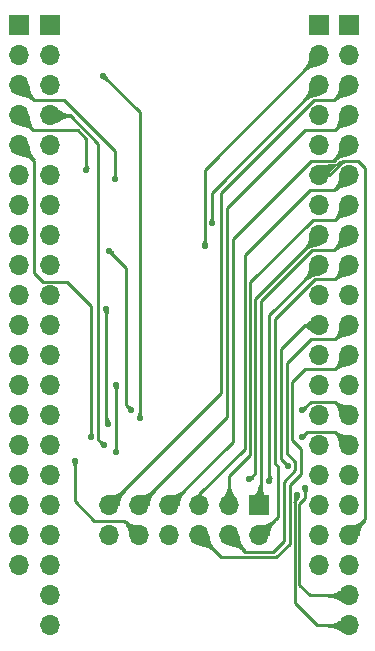
<source format=gbr>
%TF.GenerationSoftware,KiCad,Pcbnew,(5.1.6)-1*%
%TF.CreationDate,2020-09-14T23:14:01+08:00*%
%TF.ProjectId,ESP32-S2_adapter_board,45535033-322d-4533-925f-616461707465,rev?*%
%TF.SameCoordinates,Original*%
%TF.FileFunction,Copper,L2,Bot*%
%TF.FilePolarity,Positive*%
%FSLAX46Y46*%
G04 Gerber Fmt 4.6, Leading zero omitted, Abs format (unit mm)*
G04 Created by KiCad (PCBNEW (5.1.6)-1) date 2020-09-14 23:14:01*
%MOMM*%
%LPD*%
G01*
G04 APERTURE LIST*
%TA.AperFunction,ComponentPad*%
%ADD10O,1.700000X1.700000*%
%TD*%
%TA.AperFunction,ComponentPad*%
%ADD11R,1.700000X1.700000*%
%TD*%
%TA.AperFunction,ViaPad*%
%ADD12C,0.550000*%
%TD*%
%TA.AperFunction,Conductor*%
%ADD13C,0.220000*%
%TD*%
%TA.AperFunction,Conductor*%
%ADD14C,0.025400*%
%TD*%
G04 APERTURE END LIST*
D10*
%TO.P,J5,12*%
%TO.N,Net-(J5-Pad12)*%
X139160000Y-122840000D03*
%TO.P,J5,11*%
%TO.N,/ESP32S2_IO46*%
X139160000Y-120300000D03*
%TO.P,J5,10*%
%TO.N,/ESP32S2_IO11*%
X141700000Y-122840000D03*
%TO.P,J5,9*%
%TO.N,/ESP32S2_IO45*%
X141700000Y-120300000D03*
%TO.P,J5,8*%
%TO.N,/ESP32S2_IO20*%
X144240000Y-122840000D03*
%TO.P,J5,7*%
%TO.N,/ESP32S2_IO44_RX*%
X144240000Y-120300000D03*
%TO.P,J5,6*%
%TO.N,/ESP32S2_IO37*%
X146780000Y-122840000D03*
%TO.P,J5,5*%
%TO.N,/ESP32S2_IO43_TX*%
X146780000Y-120300000D03*
%TO.P,J5,4*%
%TO.N,/ESP32S2_IO38*%
X149320000Y-122840000D03*
%TO.P,J5,3*%
%TO.N,/ESP32S2_IO42*%
X149320000Y-120300000D03*
%TO.P,J5,2*%
%TO.N,/ESP32S2_IO40*%
X151860000Y-122840000D03*
D11*
%TO.P,J5,1*%
%TO.N,/ESP32S2_IO41*%
X151860000Y-120300000D03*
%TD*%
D10*
%TO.P,J4,19*%
%TO.N,/ESP32_CLK*%
X156940000Y-125380000D03*
%TO.P,J4,18*%
%TO.N,/ESP32_SD0*%
X156940000Y-122840000D03*
%TO.P,J4,17*%
%TO.N,/ESP32_SD1*%
X156940000Y-120300000D03*
%TO.P,J4,16*%
%TO.N,/ESP32S2_IO15*%
X156940000Y-117760000D03*
%TO.P,J4,15*%
%TO.N,/ESP32S2_IO2*%
X156940000Y-115220000D03*
%TO.P,J4,14*%
%TO.N,/ESP32S2_IO0*%
X156940000Y-112680000D03*
%TO.P,J4,13*%
%TO.N,/ESP32S2_IO4*%
X156940000Y-110140000D03*
%TO.P,J4,12*%
%TO.N,/ESP32S2_IO16*%
X156940000Y-107600000D03*
%TO.P,J4,11*%
%TO.N,/ESP32S2_IO17*%
X156940000Y-105060000D03*
%TO.P,J4,10*%
%TO.N,/ESP32S2_IO5*%
X156940000Y-102520000D03*
%TO.P,J4,9*%
%TO.N,/ESP32S2_IO18*%
X156940000Y-99980000D03*
%TO.P,J4,8*%
%TO.N,/ESP32S2_IO19*%
X156940000Y-97440000D03*
%TO.P,J4,7*%
%TO.N,Net-(J4-Pad7)*%
X156940000Y-94900000D03*
%TO.P,J4,6*%
%TO.N,/ESP32S2_IO21*%
X156940000Y-92360000D03*
%TO.P,J4,5*%
%TO.N,/ESP32S2_IO3*%
X156940000Y-89820000D03*
%TO.P,J4,4*%
%TO.N,/ESP32S2_IO1*%
X156940000Y-87280000D03*
%TO.P,J4,3*%
%TO.N,/ESP32S2_IO6*%
X156940000Y-84740000D03*
%TO.P,J4,2*%
%TO.N,/ESP32S2_IO7*%
X156940000Y-82200000D03*
D11*
%TO.P,J4,1*%
%TO.N,/ESP32S2_GND*%
X156940000Y-79660000D03*
%TD*%
D10*
%TO.P,J3,19*%
%TO.N,/ESP32S2_5V*%
X131540000Y-125380000D03*
%TO.P,J3,18*%
%TO.N,/ESP32_CMD*%
X131540000Y-122840000D03*
%TO.P,J3,17*%
%TO.N,/ESP32_SD3*%
X131540000Y-120300000D03*
%TO.P,J3,16*%
%TO.N,/ESP32_SD2*%
X131540000Y-117760000D03*
%TO.P,J3,15*%
%TO.N,/ESP32S2_IO13*%
X131540000Y-115220000D03*
%TO.P,J3,14*%
%TO.N,Net-(J3-Pad14)*%
X131540000Y-112680000D03*
%TO.P,J3,13*%
%TO.N,/ESP32S2_IO12*%
X131540000Y-110140000D03*
%TO.P,J3,12*%
%TO.N,/ESP32S2_IO14*%
X131540000Y-107600000D03*
%TO.P,J3,11*%
%TO.N,/ESP32S2_IO9*%
X131540000Y-105060000D03*
%TO.P,J3,10*%
%TO.N,/ESP32S2_IO26*%
X131540000Y-102520000D03*
%TO.P,J3,9*%
%TO.N,/ESP32S2_IO8*%
X131540000Y-99980000D03*
%TO.P,J3,8*%
%TO.N,/ESP32S2_IO33*%
X131540000Y-97440000D03*
%TO.P,J3,7*%
%TO.N,/ESP32S2_IO10*%
X131540000Y-94900000D03*
%TO.P,J3,6*%
%TO.N,/ESP32S2_IO35*%
X131540000Y-92360000D03*
%TO.P,J3,5*%
%TO.N,/ESP32S2_IO34*%
X131540000Y-89820000D03*
%TO.P,J3,4*%
%TO.N,/ESP32S2_IO39*%
X131540000Y-87280000D03*
%TO.P,J3,3*%
%TO.N,/ESP32S2_IO36*%
X131540000Y-84740000D03*
%TO.P,J3,2*%
%TO.N,/ESP32S2_CHIP_PU*%
X131540000Y-82200000D03*
D11*
%TO.P,J3,1*%
%TO.N,/ESP32S2_3V3*%
X131540000Y-79660000D03*
%TD*%
D10*
%TO.P,J2,21*%
%TO.N,/ESP32S2_IO18*%
X159480000Y-130460000D03*
%TO.P,J2,20*%
%TO.N,/ESP32S2_IO19*%
X159480000Y-127920000D03*
%TO.P,J2,19*%
%TO.N,/ESP32S2_IO20*%
X159480000Y-125380000D03*
%TO.P,J2,18*%
%TO.N,/ESP32S2_IO21*%
X159480000Y-122840000D03*
%TO.P,J2,17*%
%TO.N,/ESP32S2_IO26*%
X159480000Y-120300000D03*
%TO.P,J2,16*%
%TO.N,/ESP32S2_IO33*%
X159480000Y-117760000D03*
%TO.P,J2,15*%
%TO.N,/ESP32S2_IO34*%
X159480000Y-115220000D03*
%TO.P,J2,14*%
%TO.N,/ESP32S2_IO35*%
X159480000Y-112680000D03*
%TO.P,J2,13*%
%TO.N,/ESP32S2_IO36*%
X159480000Y-110140000D03*
%TO.P,J2,12*%
%TO.N,/ESP32S2_IO37*%
X159480000Y-107600000D03*
%TO.P,J2,11*%
%TO.N,/ESP32S2_IO38*%
X159480000Y-105060000D03*
%TO.P,J2,10*%
%TO.N,/ESP32S2_IO39*%
X159480000Y-102520000D03*
%TO.P,J2,9*%
%TO.N,/ESP32S2_IO40*%
X159480000Y-99980000D03*
%TO.P,J2,8*%
%TO.N,/ESP32S2_IO41*%
X159480000Y-97440000D03*
%TO.P,J2,7*%
%TO.N,/ESP32S2_IO42*%
X159480000Y-94900000D03*
%TO.P,J2,6*%
%TO.N,/ESP32S2_IO43_TX*%
X159480000Y-92360000D03*
%TO.P,J2,5*%
%TO.N,/ESP32S2_IO44_RX*%
X159480000Y-89820000D03*
%TO.P,J2,4*%
%TO.N,/ESP32S2_IO45*%
X159480000Y-87280000D03*
%TO.P,J2,3*%
%TO.N,/ESP32S2_IO46*%
X159480000Y-84740000D03*
%TO.P,J2,2*%
%TO.N,/ESP32S2_CHIP_PU*%
X159480000Y-82200000D03*
D11*
%TO.P,J2,1*%
%TO.N,/ESP32S2_GND*%
X159480000Y-79660000D03*
%TD*%
D10*
%TO.P,J1,21*%
%TO.N,Net-(J1-Pad21)*%
X134180000Y-130460000D03*
%TO.P,J1,20*%
%TO.N,/ESP32S2_5V*%
X134180000Y-127920000D03*
%TO.P,J1,19*%
%TO.N,/ESP32S2_IO17*%
X134180000Y-125380000D03*
%TO.P,J1,18*%
%TO.N,/ESP32S2_IO16*%
X134180000Y-122840000D03*
%TO.P,J1,17*%
%TO.N,/ESP32S2_IO15*%
X134180000Y-120300000D03*
%TO.P,J1,16*%
%TO.N,/ESP32S2_IO14*%
X134180000Y-117760000D03*
%TO.P,J1,15*%
%TO.N,/ESP32S2_IO13*%
X134180000Y-115220000D03*
%TO.P,J1,14*%
%TO.N,/ESP32S2_IO12*%
X134180000Y-112680000D03*
%TO.P,J1,13*%
%TO.N,/ESP32S2_IO11*%
X134180000Y-110140000D03*
%TO.P,J1,12*%
%TO.N,/ESP32S2_IO10*%
X134180000Y-107600000D03*
%TO.P,J1,11*%
%TO.N,/ESP32S2_IO9*%
X134180000Y-105060000D03*
%TO.P,J1,10*%
%TO.N,/ESP32S2_IO8*%
X134180000Y-102520000D03*
%TO.P,J1,9*%
%TO.N,/ESP32S2_IO7*%
X134180000Y-99980000D03*
%TO.P,J1,8*%
%TO.N,/ESP32S2_IO6*%
X134180000Y-97440000D03*
%TO.P,J1,7*%
%TO.N,/ESP32S2_IO5*%
X134180000Y-94900000D03*
%TO.P,J1,6*%
%TO.N,/ESP32S2_IO4*%
X134180000Y-92360000D03*
%TO.P,J1,5*%
%TO.N,/ESP32S2_IO3*%
X134180000Y-89820000D03*
%TO.P,J1,4*%
%TO.N,/ESP32S2_IO2*%
X134180000Y-87280000D03*
%TO.P,J1,3*%
%TO.N,/ESP32S2_IO1*%
X134180000Y-84740000D03*
%TO.P,J1,2*%
%TO.N,/ESP32S2_IO0*%
X134180000Y-82200000D03*
D11*
%TO.P,J1,1*%
%TO.N,/ESP32S2_3V3*%
X134180000Y-79660000D03*
%TD*%
D12*
%TO.N,/ESP32S2_IO17*%
X154350000Y-117000000D03*
%TO.N,/ESP32S2_IO11*%
X136250000Y-116500000D03*
%TO.N,/ESP32S2_IO7*%
X147250000Y-98300000D03*
%TO.N,/ESP32S2_IO6*%
X147850000Y-96400000D03*
%TO.N,/ESP32S2_IO2*%
X138730000Y-115220000D03*
%TO.N,/ESP32S2_IO0*%
X138650000Y-83900000D03*
X141750000Y-112900000D03*
%TO.N,/ESP32S2_IO18*%
X152750000Y-118200000D03*
X155050000Y-119400000D03*
%TO.N,/ESP32S2_IO19*%
X151050000Y-118100000D03*
X155750000Y-118800000D03*
%TO.N,/ESP32S2_IO26*%
X139050000Y-113400000D03*
X138930001Y-103680001D03*
%TO.N,/ESP32S2_IO33*%
X139750000Y-110100000D03*
X139750000Y-115814990D03*
%TO.N,/ESP32S2_IO34*%
X155500000Y-114500000D03*
X137650000Y-114500000D03*
%TO.N,/ESP32S2_IO35*%
X155500000Y-112250000D03*
X139200000Y-98750000D03*
X141050000Y-112200000D03*
%TO.N,/ESP32S2_IO36*%
X139650000Y-92700000D03*
%TO.N,/ESP32S2_IO39*%
X137250000Y-91939990D03*
%TD*%
D13*
%TO.N,/ESP32S2_IO17*%
X155737919Y-105060000D02*
X153750000Y-107047919D01*
X153750000Y-116400000D02*
X154350000Y-117000000D01*
X153750000Y-107047919D02*
X153750000Y-116400000D01*
X156940000Y-105060000D02*
X155737919Y-105060000D01*
%TO.N,/ESP32S2_IO11*%
X140460000Y-121600000D02*
X141700000Y-122840000D01*
X137920000Y-121600000D02*
X140460000Y-121600000D01*
X136250000Y-116500000D02*
X136250000Y-119930000D01*
X136250000Y-119930000D02*
X137920000Y-121600000D01*
%TO.N,/ESP32S2_IO7*%
X147250000Y-91890000D02*
X147250000Y-98300000D01*
X156940000Y-82200000D02*
X147250000Y-91890000D01*
%TO.N,/ESP32S2_IO6*%
X156940000Y-84740000D02*
X147850000Y-93830000D01*
X147850000Y-93830000D02*
X147850000Y-96400000D01*
%TO.N,/ESP32S2_IO2*%
X138250000Y-114740000D02*
X138730000Y-115220000D01*
X138250000Y-89656017D02*
X138250000Y-114740000D01*
X134180000Y-87280000D02*
X135873983Y-87280000D01*
X135873983Y-87280000D02*
X138250000Y-89656017D01*
%TO.N,/ESP32S2_IO0*%
X141750000Y-87000000D02*
X141750000Y-112900000D01*
X138650000Y-83900000D02*
X141750000Y-87000000D01*
%TO.N,/ESP32S2_IO18*%
X152750000Y-104200000D02*
X152750000Y-105900000D01*
X156940000Y-99980000D02*
X156940000Y-100010000D01*
X156940000Y-100010000D02*
X152750000Y-104200000D01*
X152750000Y-105900000D02*
X152750000Y-107700000D01*
X152750000Y-107700000D02*
X152750000Y-118200000D01*
X152750000Y-118200000D02*
X152750000Y-118200000D01*
X154870010Y-119579990D02*
X155050000Y-119400000D01*
X154870010Y-128520010D02*
X154870010Y-119579990D01*
X159480000Y-130460000D02*
X156810000Y-130460000D01*
X156810000Y-130460000D02*
X154870010Y-128520010D01*
X155050000Y-119400000D02*
X155050000Y-119400000D01*
%TO.N,/ESP32S2_IO19*%
X151550000Y-117600000D02*
X151050000Y-118100000D01*
X151550000Y-102800000D02*
X151550000Y-117600000D01*
X156940000Y-97440000D02*
X156910000Y-97440000D01*
X156910000Y-97440000D02*
X151550000Y-102800000D01*
X151050000Y-118100000D02*
X151050000Y-118100000D01*
X155750000Y-118800000D02*
X155750000Y-118800000D01*
X155750000Y-119700000D02*
X155750000Y-118800000D01*
X155290020Y-120159980D02*
X155750000Y-119700000D01*
X155290020Y-127040020D02*
X155290020Y-120159980D01*
X159480000Y-127920000D02*
X156170000Y-127920000D01*
X156170000Y-127920000D02*
X155290020Y-127040020D01*
%TO.N,/ESP32S2_IO21*%
X160850000Y-121470000D02*
X159480000Y-122840000D01*
X157763198Y-92360000D02*
X159023198Y-91100000D01*
X159023198Y-91100000D02*
X160250000Y-91100000D01*
X156940000Y-92360000D02*
X157763198Y-92360000D01*
X160850000Y-91700000D02*
X160850000Y-121470000D01*
X160250000Y-91100000D02*
X160850000Y-91700000D01*
%TO.N,/ESP32S2_IO26*%
X138930001Y-113280001D02*
X139050000Y-113400000D01*
X138930001Y-103680001D02*
X138930001Y-113280001D01*
%TO.N,/ESP32S2_IO33*%
X139750000Y-110100000D02*
X139750000Y-115814990D01*
%TO.N,/ESP32S2_IO34*%
X158319999Y-114059999D02*
X155940001Y-114059999D01*
X159480000Y-115220000D02*
X158319999Y-114059999D01*
X155940001Y-114059999D02*
X155500000Y-114500000D01*
X155500000Y-114500000D02*
X155500000Y-114500000D01*
X137650000Y-103400000D02*
X137650000Y-114500000D01*
X132850000Y-91130000D02*
X132850000Y-100600000D01*
X132850000Y-100600000D02*
X133609999Y-101359999D01*
X135609999Y-101359999D02*
X137650000Y-103400000D01*
X131540000Y-89820000D02*
X132850000Y-91130000D01*
X133609999Y-101359999D02*
X135609999Y-101359999D01*
%TO.N,/ESP32S2_IO35*%
X158319999Y-111519999D02*
X156230001Y-111519999D01*
X159480000Y-112680000D02*
X158319999Y-111519999D01*
X156230001Y-111519999D02*
X155500000Y-112250000D01*
X155500000Y-112250000D02*
X155500000Y-112250000D01*
X139200000Y-98750000D02*
X140635001Y-100185001D01*
X140635001Y-100185001D02*
X140635001Y-111785001D01*
X140635001Y-111785001D02*
X141050000Y-112200000D01*
%TO.N,/ESP32S2_IO36*%
X135350000Y-86000000D02*
X139650000Y-90300000D01*
X139650000Y-90300000D02*
X139650000Y-92700000D01*
X131540000Y-84740000D02*
X132800000Y-86000000D01*
X132800000Y-86000000D02*
X135350000Y-86000000D01*
%TO.N,/ESP32S2_IO37*%
X153300000Y-124700000D02*
X148640000Y-124700000D01*
X155450000Y-117600000D02*
X154450000Y-118600000D01*
X155450000Y-115500000D02*
X155450000Y-117600000D01*
X154450000Y-118600000D02*
X154450000Y-123550000D01*
X158319999Y-108760001D02*
X155739999Y-108760001D01*
X159480000Y-107600000D02*
X158319999Y-108760001D01*
X154450000Y-123550000D02*
X153300000Y-124700000D01*
X155739999Y-108760001D02*
X154670011Y-109829989D01*
X154670011Y-109829989D02*
X154670011Y-114720011D01*
X148640000Y-124700000D02*
X146780000Y-122840000D01*
X154670011Y-114720011D02*
X155450000Y-115500000D01*
%TO.N,/ESP32S2_IO38*%
X153950000Y-123300000D02*
X153050000Y-124200000D01*
X154950000Y-117300000D02*
X153950000Y-118300000D01*
X154950000Y-116600000D02*
X154950000Y-117300000D01*
X158319999Y-106220001D02*
X156279999Y-106220001D01*
X153050000Y-124200000D02*
X150680000Y-124200000D01*
X156279999Y-106220001D02*
X154250000Y-108250000D01*
X154250000Y-108250000D02*
X154250000Y-115900000D01*
X150680000Y-124200000D02*
X149320000Y-122840000D01*
X153950000Y-118300000D02*
X153950000Y-123300000D01*
X154250000Y-115900000D02*
X154950000Y-116600000D01*
X159480000Y-105060000D02*
X158319999Y-106220001D01*
%TO.N,/ESP32S2_IO39*%
X137250000Y-89250000D02*
X137250000Y-91939990D01*
X136500000Y-88500000D02*
X137250000Y-89250000D01*
X131540000Y-87280000D02*
X132760000Y-88500000D01*
X132760000Y-88500000D02*
X136500000Y-88500000D01*
%TO.N,/ESP32S2_IO40*%
X151750000Y-122950000D02*
X151860000Y-122840000D01*
X153450000Y-117000000D02*
X153450000Y-121250000D01*
X153250000Y-116800000D02*
X153450000Y-117000000D01*
X159480000Y-99980000D02*
X158319999Y-101140001D01*
X153250000Y-104500000D02*
X153250000Y-116800000D01*
X153450000Y-121250000D02*
X151860000Y-122840000D01*
X158319999Y-101140001D02*
X156609999Y-101140001D01*
X156609999Y-101140001D02*
X153250000Y-104500000D01*
%TO.N,/ESP32S2_IO41*%
X152050000Y-103000000D02*
X152050000Y-103100000D01*
X156350000Y-98700000D02*
X152050000Y-103000000D01*
X159480000Y-97440000D02*
X158220000Y-98700000D01*
X158220000Y-98700000D02*
X156350000Y-98700000D01*
X152050000Y-120110000D02*
X151860000Y-120300000D01*
X152050000Y-103000000D02*
X152050000Y-120110000D01*
%TO.N,/ESP32S2_IO42*%
X149320000Y-117830000D02*
X149320000Y-120300000D01*
X158280000Y-96100000D02*
X156450000Y-96100000D01*
X156450000Y-96100000D02*
X151129990Y-101420010D01*
X159480000Y-94900000D02*
X158280000Y-96100000D01*
X151129990Y-101420010D02*
X151129990Y-116020010D01*
X151129990Y-116020010D02*
X149320000Y-117830000D01*
%TO.N,/ESP32S2_IO43_TX*%
X146780000Y-119370000D02*
X146780000Y-120300000D01*
X158240000Y-93600000D02*
X156150000Y-93600000D01*
X156150000Y-93600000D02*
X150650000Y-99100000D01*
X159480000Y-92360000D02*
X158240000Y-93600000D01*
X150650000Y-99100000D02*
X150650000Y-115500000D01*
X150650000Y-115500000D02*
X146780000Y-119370000D01*
%TO.N,/ESP32S2_IO44_RX*%
X149650000Y-114890000D02*
X144240000Y-120300000D01*
X149650000Y-97700000D02*
X149650000Y-114890000D01*
X156250000Y-91100000D02*
X149650000Y-97700000D01*
X159480000Y-89820000D02*
X158200000Y-91100000D01*
X158200000Y-91100000D02*
X156250000Y-91100000D01*
%TO.N,/ESP32S2_IO45*%
X149150000Y-112850000D02*
X141700000Y-120300000D01*
X149150000Y-95100000D02*
X149150000Y-112850000D01*
X155750000Y-88500000D02*
X149150000Y-95100000D01*
X159480000Y-87280000D02*
X158260000Y-88500000D01*
X158260000Y-88500000D02*
X155750000Y-88500000D01*
%TO.N,/ESP32S2_IO46*%
X148650000Y-110810000D02*
X139160000Y-120300000D01*
X148650000Y-93853198D02*
X148650000Y-110810000D01*
X159480000Y-84740000D02*
X158220000Y-86000000D01*
X156503198Y-86000000D02*
X148650000Y-93853198D01*
X158220000Y-86000000D02*
X156503198Y-86000000D01*
%TD*%
D14*
%TO.N,/ESP32S2_IO17*%
G36*
X154154870Y-116666090D02*
G01*
X154155566Y-116666693D01*
X154173587Y-116681214D01*
X154174366Y-116681794D01*
X154192985Y-116694580D01*
X154193843Y-116695121D01*
X154213060Y-116706171D01*
X154213988Y-116706655D01*
X154233803Y-116715969D01*
X154234786Y-116716381D01*
X154255199Y-116723960D01*
X154256216Y-116724290D01*
X154277227Y-116730133D01*
X154278258Y-116730374D01*
X154299867Y-116734482D01*
X154300890Y-116734633D01*
X154323096Y-116737005D01*
X154324090Y-116737072D01*
X154337439Y-116737445D01*
X154429248Y-117079248D01*
X154087445Y-116987439D01*
X154087072Y-116974090D01*
X154087005Y-116973096D01*
X154084633Y-116950890D01*
X154084482Y-116949867D01*
X154080374Y-116928258D01*
X154080133Y-116927227D01*
X154074290Y-116906216D01*
X154073960Y-116905199D01*
X154066381Y-116884786D01*
X154065969Y-116883803D01*
X154056655Y-116863988D01*
X154056171Y-116863060D01*
X154045121Y-116843843D01*
X154044580Y-116842985D01*
X154031794Y-116824366D01*
X154031214Y-116823587D01*
X154016693Y-116805566D01*
X154016090Y-116804870D01*
X154008203Y-116796416D01*
X154146416Y-116658203D01*
X154154870Y-116666090D01*
G37*
X154154870Y-116666090D02*
X154155566Y-116666693D01*
X154173587Y-116681214D01*
X154174366Y-116681794D01*
X154192985Y-116694580D01*
X154193843Y-116695121D01*
X154213060Y-116706171D01*
X154213988Y-116706655D01*
X154233803Y-116715969D01*
X154234786Y-116716381D01*
X154255199Y-116723960D01*
X154256216Y-116724290D01*
X154277227Y-116730133D01*
X154278258Y-116730374D01*
X154299867Y-116734482D01*
X154300890Y-116734633D01*
X154323096Y-116737005D01*
X154324090Y-116737072D01*
X154337439Y-116737445D01*
X154429248Y-117079248D01*
X154087445Y-116987439D01*
X154087072Y-116974090D01*
X154087005Y-116973096D01*
X154084633Y-116950890D01*
X154084482Y-116949867D01*
X154080374Y-116928258D01*
X154080133Y-116927227D01*
X154074290Y-116906216D01*
X154073960Y-116905199D01*
X154066381Y-116884786D01*
X154065969Y-116883803D01*
X154056655Y-116863988D01*
X154056171Y-116863060D01*
X154045121Y-116843843D01*
X154044580Y-116842985D01*
X154031794Y-116824366D01*
X154031214Y-116823587D01*
X154016693Y-116805566D01*
X154016090Y-116804870D01*
X154008203Y-116796416D01*
X154146416Y-116658203D01*
X154154870Y-116666090D01*
G36*
X157339574Y-105060000D02*
G01*
X156335103Y-105639117D01*
X156250468Y-105553901D01*
X156250331Y-105553765D01*
X156165924Y-105471315D01*
X156165754Y-105471152D01*
X156088461Y-105398402D01*
X156088245Y-105398203D01*
X156018067Y-105335153D01*
X156017781Y-105334904D01*
X155954718Y-105281554D01*
X155954328Y-105281237D01*
X155898379Y-105237587D01*
X155897816Y-105237172D01*
X155848982Y-105203222D01*
X155848115Y-105202670D01*
X155806396Y-105178420D01*
X155804936Y-105177693D01*
X155770331Y-105163143D01*
X155767616Y-105162343D01*
X155750619Y-105159344D01*
X155750619Y-104960656D01*
X155767616Y-104957657D01*
X155770331Y-104956857D01*
X155804936Y-104942307D01*
X155806396Y-104941580D01*
X155848115Y-104917330D01*
X155848982Y-104916778D01*
X155897816Y-104882828D01*
X155898379Y-104882413D01*
X155954328Y-104838763D01*
X155954718Y-104838446D01*
X156017781Y-104785096D01*
X156018067Y-104784847D01*
X156088245Y-104721797D01*
X156088461Y-104721598D01*
X156165754Y-104648848D01*
X156165924Y-104648685D01*
X156250331Y-104566235D01*
X156250468Y-104566099D01*
X156335103Y-104480883D01*
X157339574Y-105060000D01*
G37*
X157339574Y-105060000D02*
X156335103Y-105639117D01*
X156250468Y-105553901D01*
X156250331Y-105553765D01*
X156165924Y-105471315D01*
X156165754Y-105471152D01*
X156088461Y-105398402D01*
X156088245Y-105398203D01*
X156018067Y-105335153D01*
X156017781Y-105334904D01*
X155954718Y-105281554D01*
X155954328Y-105281237D01*
X155898379Y-105237587D01*
X155897816Y-105237172D01*
X155848982Y-105203222D01*
X155848115Y-105202670D01*
X155806396Y-105178420D01*
X155804936Y-105177693D01*
X155770331Y-105163143D01*
X155767616Y-105162343D01*
X155750619Y-105159344D01*
X155750619Y-104960656D01*
X155767616Y-104957657D01*
X155770331Y-104956857D01*
X155804936Y-104942307D01*
X155806396Y-104941580D01*
X155848115Y-104917330D01*
X155848982Y-104916778D01*
X155897816Y-104882828D01*
X155898379Y-104882413D01*
X155954328Y-104838763D01*
X155954718Y-104838446D01*
X156017781Y-104785096D01*
X156018067Y-104784847D01*
X156088245Y-104721797D01*
X156088461Y-104721598D01*
X156165754Y-104648848D01*
X156165924Y-104648685D01*
X156250331Y-104566235D01*
X156250468Y-104566099D01*
X156335103Y-104480883D01*
X157339574Y-105060000D01*
%TO.N,/ESP32S2_IO11*%
G36*
X140626105Y-121621631D02*
G01*
X140626838Y-121622262D01*
X140727895Y-121702743D01*
X140728710Y-121703341D01*
X140833858Y-121774193D01*
X140834746Y-121774740D01*
X140943983Y-121835965D01*
X140944930Y-121836444D01*
X141058257Y-121888041D01*
X141059245Y-121888442D01*
X141176662Y-121930410D01*
X141177669Y-121930724D01*
X141299175Y-121963064D01*
X141300182Y-121963288D01*
X141425778Y-121986000D01*
X141426763Y-121986139D01*
X141556449Y-121999223D01*
X141557396Y-121999283D01*
X141681695Y-122002494D01*
X141982541Y-123122541D01*
X140862494Y-122821695D01*
X140859283Y-122697396D01*
X140859223Y-122696449D01*
X140846139Y-122566763D01*
X140846000Y-122565778D01*
X140823288Y-122440182D01*
X140823064Y-122439175D01*
X140790724Y-122317669D01*
X140790410Y-122316662D01*
X140748442Y-122199245D01*
X140748041Y-122198257D01*
X140696444Y-122084930D01*
X140695965Y-122083983D01*
X140634740Y-121974746D01*
X140634193Y-121973858D01*
X140563341Y-121868710D01*
X140562743Y-121867895D01*
X140482262Y-121766838D01*
X140481631Y-121766105D01*
X140399856Y-121678105D01*
X140538105Y-121539856D01*
X140626105Y-121621631D01*
G37*
X140626105Y-121621631D02*
X140626838Y-121622262D01*
X140727895Y-121702743D01*
X140728710Y-121703341D01*
X140833858Y-121774193D01*
X140834746Y-121774740D01*
X140943983Y-121835965D01*
X140944930Y-121836444D01*
X141058257Y-121888041D01*
X141059245Y-121888442D01*
X141176662Y-121930410D01*
X141177669Y-121930724D01*
X141299175Y-121963064D01*
X141300182Y-121963288D01*
X141425778Y-121986000D01*
X141426763Y-121986139D01*
X141556449Y-121999223D01*
X141557396Y-121999283D01*
X141681695Y-122002494D01*
X141982541Y-123122541D01*
X140862494Y-122821695D01*
X140859283Y-122697396D01*
X140859223Y-122696449D01*
X140846139Y-122566763D01*
X140846000Y-122565778D01*
X140823288Y-122440182D01*
X140823064Y-122439175D01*
X140790724Y-122317669D01*
X140790410Y-122316662D01*
X140748442Y-122199245D01*
X140748041Y-122198257D01*
X140696444Y-122084930D01*
X140695965Y-122083983D01*
X140634740Y-121974746D01*
X140634193Y-121973858D01*
X140563341Y-121868710D01*
X140562743Y-121867895D01*
X140482262Y-121766838D01*
X140481631Y-121766105D01*
X140399856Y-121678105D01*
X140538105Y-121539856D01*
X140626105Y-121621631D01*
G36*
X136426772Y-116694535D02*
G01*
X136417597Y-116704237D01*
X136416941Y-116704988D01*
X136402916Y-116722368D01*
X136402300Y-116723199D01*
X136389925Y-116741383D01*
X136389366Y-116742282D01*
X136378641Y-116761271D01*
X136378155Y-116762224D01*
X136369080Y-116782017D01*
X136368677Y-116783003D01*
X136361252Y-116803601D01*
X136360938Y-116804599D01*
X136355163Y-116826001D01*
X136354938Y-116826991D01*
X136350813Y-116849197D01*
X136350672Y-116850158D01*
X136348197Y-116873169D01*
X136348132Y-116874088D01*
X136347732Y-116885643D01*
X136152267Y-116885643D01*
X136151867Y-116874087D01*
X136151802Y-116873169D01*
X136149327Y-116850158D01*
X136149186Y-116849197D01*
X136145061Y-116826991D01*
X136144836Y-116826001D01*
X136139061Y-116804599D01*
X136138747Y-116803601D01*
X136131322Y-116783003D01*
X136130919Y-116782017D01*
X136121844Y-116762224D01*
X136121358Y-116761271D01*
X136110633Y-116742282D01*
X136110074Y-116741383D01*
X136097699Y-116723199D01*
X136097083Y-116722368D01*
X136083058Y-116704988D01*
X136082402Y-116704238D01*
X136073227Y-116694536D01*
X136250000Y-116387926D01*
X136426772Y-116694535D01*
G37*
X136426772Y-116694535D02*
X136417597Y-116704237D01*
X136416941Y-116704988D01*
X136402916Y-116722368D01*
X136402300Y-116723199D01*
X136389925Y-116741383D01*
X136389366Y-116742282D01*
X136378641Y-116761271D01*
X136378155Y-116762224D01*
X136369080Y-116782017D01*
X136368677Y-116783003D01*
X136361252Y-116803601D01*
X136360938Y-116804599D01*
X136355163Y-116826001D01*
X136354938Y-116826991D01*
X136350813Y-116849197D01*
X136350672Y-116850158D01*
X136348197Y-116873169D01*
X136348132Y-116874088D01*
X136347732Y-116885643D01*
X136152267Y-116885643D01*
X136151867Y-116874087D01*
X136151802Y-116873169D01*
X136149327Y-116850158D01*
X136149186Y-116849197D01*
X136145061Y-116826991D01*
X136144836Y-116826001D01*
X136139061Y-116804599D01*
X136138747Y-116803601D01*
X136131322Y-116783003D01*
X136130919Y-116782017D01*
X136121844Y-116762224D01*
X136121358Y-116761271D01*
X136110633Y-116742282D01*
X136110074Y-116741383D01*
X136097699Y-116723199D01*
X136097083Y-116722368D01*
X136083058Y-116704988D01*
X136082402Y-116704238D01*
X136073227Y-116694536D01*
X136250000Y-116387926D01*
X136426772Y-116694535D01*
%TO.N,/ESP32S2_IO7*%
G36*
X147348132Y-97925911D02*
G01*
X147348197Y-97926830D01*
X147350672Y-97949841D01*
X147350813Y-97950802D01*
X147354938Y-97973008D01*
X147355163Y-97973998D01*
X147360938Y-97995400D01*
X147361252Y-97996398D01*
X147368677Y-98016996D01*
X147369080Y-98017982D01*
X147378155Y-98037775D01*
X147378641Y-98038728D01*
X147389366Y-98057717D01*
X147389925Y-98058616D01*
X147402300Y-98076800D01*
X147402916Y-98077631D01*
X147416941Y-98095011D01*
X147417597Y-98095761D01*
X147426773Y-98105464D01*
X147250000Y-98412074D01*
X147073227Y-98105464D01*
X147082403Y-98095761D01*
X147083058Y-98095011D01*
X147097083Y-98077631D01*
X147097699Y-98076800D01*
X147110074Y-98058616D01*
X147110633Y-98057717D01*
X147121358Y-98038728D01*
X147121844Y-98037775D01*
X147130919Y-98017982D01*
X147131322Y-98016996D01*
X147138747Y-97996398D01*
X147139061Y-97995400D01*
X147144836Y-97973998D01*
X147145061Y-97973008D01*
X147149186Y-97950802D01*
X147149327Y-97949841D01*
X147151802Y-97926830D01*
X147151867Y-97925912D01*
X147152267Y-97914357D01*
X147347732Y-97914357D01*
X147348132Y-97925911D01*
G37*
X147348132Y-97925911D02*
X147348197Y-97926830D01*
X147350672Y-97949841D01*
X147350813Y-97950802D01*
X147354938Y-97973008D01*
X147355163Y-97973998D01*
X147360938Y-97995400D01*
X147361252Y-97996398D01*
X147368677Y-98016996D01*
X147369080Y-98017982D01*
X147378155Y-98037775D01*
X147378641Y-98038728D01*
X147389366Y-98057717D01*
X147389925Y-98058616D01*
X147402300Y-98076800D01*
X147402916Y-98077631D01*
X147416941Y-98095011D01*
X147417597Y-98095761D01*
X147426773Y-98105464D01*
X147250000Y-98412074D01*
X147073227Y-98105464D01*
X147082403Y-98095761D01*
X147083058Y-98095011D01*
X147097083Y-98077631D01*
X147097699Y-98076800D01*
X147110074Y-98058616D01*
X147110633Y-98057717D01*
X147121358Y-98038728D01*
X147121844Y-98037775D01*
X147130919Y-98017982D01*
X147131322Y-98016996D01*
X147138747Y-97996398D01*
X147139061Y-97995400D01*
X147144836Y-97973998D01*
X147145061Y-97973008D01*
X147149186Y-97950802D01*
X147149327Y-97949841D01*
X147151802Y-97926830D01*
X147151867Y-97925912D01*
X147152267Y-97914357D01*
X147347732Y-97914357D01*
X147348132Y-97925911D01*
G36*
X156921690Y-83037522D02*
G01*
X156797142Y-83040950D01*
X156796156Y-83041015D01*
X156665773Y-83054796D01*
X156664757Y-83054945D01*
X156537998Y-83078820D01*
X156536972Y-83079058D01*
X156413838Y-83113026D01*
X156412822Y-83113353D01*
X156293313Y-83157414D01*
X156292329Y-83157824D01*
X156176444Y-83211978D01*
X156175513Y-83212461D01*
X156063253Y-83276708D01*
X156062389Y-83277250D01*
X155953754Y-83351591D01*
X155952968Y-83352175D01*
X155847957Y-83436609D01*
X155847254Y-83437217D01*
X155754838Y-83523381D01*
X155616619Y-83385162D01*
X155702783Y-83292745D01*
X155703392Y-83292042D01*
X155787825Y-83187031D01*
X155788408Y-83186245D01*
X155862749Y-83077610D01*
X155863291Y-83076746D01*
X155927538Y-82964486D01*
X155928021Y-82963555D01*
X155982176Y-82847670D01*
X155982586Y-82846686D01*
X156026647Y-82727177D01*
X156026974Y-82726161D01*
X156060941Y-82603027D01*
X156061179Y-82602001D01*
X156085054Y-82475242D01*
X156085203Y-82474226D01*
X156098984Y-82343843D01*
X156099049Y-82342857D01*
X156102478Y-82218310D01*
X157222541Y-81917459D01*
X156921690Y-83037522D01*
G37*
X156921690Y-83037522D02*
X156797142Y-83040950D01*
X156796156Y-83041015D01*
X156665773Y-83054796D01*
X156664757Y-83054945D01*
X156537998Y-83078820D01*
X156536972Y-83079058D01*
X156413838Y-83113026D01*
X156412822Y-83113353D01*
X156293313Y-83157414D01*
X156292329Y-83157824D01*
X156176444Y-83211978D01*
X156175513Y-83212461D01*
X156063253Y-83276708D01*
X156062389Y-83277250D01*
X155953754Y-83351591D01*
X155952968Y-83352175D01*
X155847957Y-83436609D01*
X155847254Y-83437217D01*
X155754838Y-83523381D01*
X155616619Y-83385162D01*
X155702783Y-83292745D01*
X155703392Y-83292042D01*
X155787825Y-83187031D01*
X155788408Y-83186245D01*
X155862749Y-83077610D01*
X155863291Y-83076746D01*
X155927538Y-82964486D01*
X155928021Y-82963555D01*
X155982176Y-82847670D01*
X155982586Y-82846686D01*
X156026647Y-82727177D01*
X156026974Y-82726161D01*
X156060941Y-82603027D01*
X156061179Y-82602001D01*
X156085054Y-82475242D01*
X156085203Y-82474226D01*
X156098984Y-82343843D01*
X156099049Y-82342857D01*
X156102478Y-82218310D01*
X157222541Y-81917459D01*
X156921690Y-83037522D01*
%TO.N,/ESP32S2_IO6*%
G36*
X156921690Y-85577522D02*
G01*
X156797142Y-85580950D01*
X156796156Y-85581015D01*
X156665773Y-85594796D01*
X156664757Y-85594945D01*
X156537998Y-85618820D01*
X156536972Y-85619058D01*
X156413838Y-85653026D01*
X156412822Y-85653353D01*
X156293313Y-85697414D01*
X156292329Y-85697824D01*
X156176444Y-85751978D01*
X156175513Y-85752461D01*
X156063253Y-85816708D01*
X156062389Y-85817250D01*
X155953754Y-85891591D01*
X155952968Y-85892175D01*
X155847957Y-85976609D01*
X155847254Y-85977217D01*
X155754838Y-86063381D01*
X155616619Y-85925162D01*
X155702783Y-85832745D01*
X155703392Y-85832042D01*
X155787825Y-85727031D01*
X155788408Y-85726245D01*
X155862749Y-85617610D01*
X155863291Y-85616746D01*
X155927538Y-85504486D01*
X155928021Y-85503555D01*
X155982176Y-85387670D01*
X155982586Y-85386686D01*
X156026647Y-85267177D01*
X156026974Y-85266161D01*
X156060941Y-85143027D01*
X156061179Y-85142001D01*
X156085054Y-85015242D01*
X156085203Y-85014226D01*
X156098984Y-84883843D01*
X156099049Y-84882857D01*
X156102478Y-84758310D01*
X157222541Y-84457459D01*
X156921690Y-85577522D01*
G37*
X156921690Y-85577522D02*
X156797142Y-85580950D01*
X156796156Y-85581015D01*
X156665773Y-85594796D01*
X156664757Y-85594945D01*
X156537998Y-85618820D01*
X156536972Y-85619058D01*
X156413838Y-85653026D01*
X156412822Y-85653353D01*
X156293313Y-85697414D01*
X156292329Y-85697824D01*
X156176444Y-85751978D01*
X156175513Y-85752461D01*
X156063253Y-85816708D01*
X156062389Y-85817250D01*
X155953754Y-85891591D01*
X155952968Y-85892175D01*
X155847957Y-85976609D01*
X155847254Y-85977217D01*
X155754838Y-86063381D01*
X155616619Y-85925162D01*
X155702783Y-85832745D01*
X155703392Y-85832042D01*
X155787825Y-85727031D01*
X155788408Y-85726245D01*
X155862749Y-85617610D01*
X155863291Y-85616746D01*
X155927538Y-85504486D01*
X155928021Y-85503555D01*
X155982176Y-85387670D01*
X155982586Y-85386686D01*
X156026647Y-85267177D01*
X156026974Y-85266161D01*
X156060941Y-85143027D01*
X156061179Y-85142001D01*
X156085054Y-85015242D01*
X156085203Y-85014226D01*
X156098984Y-84883843D01*
X156099049Y-84882857D01*
X156102478Y-84758310D01*
X157222541Y-84457459D01*
X156921690Y-85577522D01*
G36*
X147948132Y-96025911D02*
G01*
X147948197Y-96026830D01*
X147950672Y-96049841D01*
X147950813Y-96050802D01*
X147954938Y-96073008D01*
X147955163Y-96073998D01*
X147960938Y-96095400D01*
X147961252Y-96096398D01*
X147968677Y-96116996D01*
X147969080Y-96117982D01*
X147978155Y-96137775D01*
X147978641Y-96138728D01*
X147989366Y-96157717D01*
X147989925Y-96158616D01*
X148002300Y-96176800D01*
X148002916Y-96177631D01*
X148016941Y-96195011D01*
X148017597Y-96195761D01*
X148026773Y-96205464D01*
X147850000Y-96512074D01*
X147673227Y-96205464D01*
X147682403Y-96195761D01*
X147683058Y-96195011D01*
X147697083Y-96177631D01*
X147697699Y-96176800D01*
X147710074Y-96158616D01*
X147710633Y-96157717D01*
X147721358Y-96138728D01*
X147721844Y-96137775D01*
X147730919Y-96117982D01*
X147731322Y-96116996D01*
X147738747Y-96096398D01*
X147739061Y-96095400D01*
X147744836Y-96073998D01*
X147745061Y-96073008D01*
X147749186Y-96050802D01*
X147749327Y-96049841D01*
X147751802Y-96026830D01*
X147751867Y-96025912D01*
X147752267Y-96014357D01*
X147947732Y-96014357D01*
X147948132Y-96025911D01*
G37*
X147948132Y-96025911D02*
X147948197Y-96026830D01*
X147950672Y-96049841D01*
X147950813Y-96050802D01*
X147954938Y-96073008D01*
X147955163Y-96073998D01*
X147960938Y-96095400D01*
X147961252Y-96096398D01*
X147968677Y-96116996D01*
X147969080Y-96117982D01*
X147978155Y-96137775D01*
X147978641Y-96138728D01*
X147989366Y-96157717D01*
X147989925Y-96158616D01*
X148002300Y-96176800D01*
X148002916Y-96177631D01*
X148016941Y-96195011D01*
X148017597Y-96195761D01*
X148026773Y-96205464D01*
X147850000Y-96512074D01*
X147673227Y-96205464D01*
X147682403Y-96195761D01*
X147683058Y-96195011D01*
X147697083Y-96177631D01*
X147697699Y-96176800D01*
X147710074Y-96158616D01*
X147710633Y-96157717D01*
X147721358Y-96138728D01*
X147721844Y-96137775D01*
X147730919Y-96117982D01*
X147731322Y-96116996D01*
X147738747Y-96096398D01*
X147739061Y-96095400D01*
X147744836Y-96073998D01*
X147745061Y-96073008D01*
X147749186Y-96050802D01*
X147749327Y-96049841D01*
X147751802Y-96026830D01*
X147751867Y-96025912D01*
X147752267Y-96014357D01*
X147947732Y-96014357D01*
X147948132Y-96025911D01*
%TO.N,/ESP32S2_IO2*%
G36*
X138534870Y-114886090D02*
G01*
X138535566Y-114886693D01*
X138553587Y-114901214D01*
X138554366Y-114901794D01*
X138572985Y-114914580D01*
X138573843Y-114915121D01*
X138593060Y-114926171D01*
X138593988Y-114926655D01*
X138613803Y-114935969D01*
X138614786Y-114936381D01*
X138635199Y-114943960D01*
X138636216Y-114944290D01*
X138657227Y-114950133D01*
X138658258Y-114950374D01*
X138679867Y-114954482D01*
X138680890Y-114954633D01*
X138703096Y-114957005D01*
X138704090Y-114957072D01*
X138717439Y-114957445D01*
X138809248Y-115299248D01*
X138467445Y-115207439D01*
X138467072Y-115194090D01*
X138467005Y-115193096D01*
X138464633Y-115170890D01*
X138464482Y-115169867D01*
X138460374Y-115148258D01*
X138460133Y-115147227D01*
X138454290Y-115126216D01*
X138453960Y-115125199D01*
X138446381Y-115104786D01*
X138445969Y-115103803D01*
X138436655Y-115083988D01*
X138436171Y-115083060D01*
X138425121Y-115063843D01*
X138424580Y-115062985D01*
X138411794Y-115044366D01*
X138411214Y-115043587D01*
X138396693Y-115025566D01*
X138396090Y-115024870D01*
X138388203Y-115016416D01*
X138526416Y-114878203D01*
X138534870Y-114886090D01*
G37*
X138534870Y-114886090D02*
X138535566Y-114886693D01*
X138553587Y-114901214D01*
X138554366Y-114901794D01*
X138572985Y-114914580D01*
X138573843Y-114915121D01*
X138593060Y-114926171D01*
X138593988Y-114926655D01*
X138613803Y-114935969D01*
X138614786Y-114936381D01*
X138635199Y-114943960D01*
X138636216Y-114944290D01*
X138657227Y-114950133D01*
X138658258Y-114950374D01*
X138679867Y-114954482D01*
X138680890Y-114954633D01*
X138703096Y-114957005D01*
X138704090Y-114957072D01*
X138717439Y-114957445D01*
X138809248Y-115299248D01*
X138467445Y-115207439D01*
X138467072Y-115194090D01*
X138467005Y-115193096D01*
X138464633Y-115170890D01*
X138464482Y-115169867D01*
X138460374Y-115148258D01*
X138460133Y-115147227D01*
X138454290Y-115126216D01*
X138453960Y-115125199D01*
X138446381Y-115104786D01*
X138445969Y-115103803D01*
X138436655Y-115083988D01*
X138436171Y-115083060D01*
X138425121Y-115063843D01*
X138424580Y-115062985D01*
X138411794Y-115044366D01*
X138411214Y-115043587D01*
X138396693Y-115025566D01*
X138396090Y-115024870D01*
X138388203Y-115016416D01*
X138526416Y-114878203D01*
X138534870Y-114886090D01*
G36*
X134874687Y-86786332D02*
G01*
X134875342Y-86786915D01*
X134974506Y-86869365D01*
X134975245Y-86869936D01*
X135077133Y-86942686D01*
X135077957Y-86943227D01*
X135182568Y-87006277D01*
X135183471Y-87006773D01*
X135290806Y-87060123D01*
X135291777Y-87060555D01*
X135401834Y-87104205D01*
X135402855Y-87104561D01*
X135515637Y-87138511D01*
X135516689Y-87138779D01*
X135632194Y-87163029D01*
X135633252Y-87163205D01*
X135751480Y-87177755D01*
X135752522Y-87177840D01*
X135861283Y-87182201D01*
X135861283Y-87377799D01*
X135752522Y-87382160D01*
X135751480Y-87382245D01*
X135633252Y-87396795D01*
X135632194Y-87396971D01*
X135516689Y-87421221D01*
X135515637Y-87421489D01*
X135402855Y-87455439D01*
X135401834Y-87455795D01*
X135291777Y-87499445D01*
X135290806Y-87499877D01*
X135183471Y-87553227D01*
X135182568Y-87553723D01*
X135077957Y-87616773D01*
X135077133Y-87617314D01*
X134975245Y-87690064D01*
X134974506Y-87690635D01*
X134875342Y-87773085D01*
X134874687Y-87773668D01*
X134785124Y-87859247D01*
X133780426Y-87280000D01*
X134785124Y-86700753D01*
X134874687Y-86786332D01*
G37*
X134874687Y-86786332D02*
X134875342Y-86786915D01*
X134974506Y-86869365D01*
X134975245Y-86869936D01*
X135077133Y-86942686D01*
X135077957Y-86943227D01*
X135182568Y-87006277D01*
X135183471Y-87006773D01*
X135290806Y-87060123D01*
X135291777Y-87060555D01*
X135401834Y-87104205D01*
X135402855Y-87104561D01*
X135515637Y-87138511D01*
X135516689Y-87138779D01*
X135632194Y-87163029D01*
X135633252Y-87163205D01*
X135751480Y-87177755D01*
X135752522Y-87177840D01*
X135861283Y-87182201D01*
X135861283Y-87377799D01*
X135752522Y-87382160D01*
X135751480Y-87382245D01*
X135633252Y-87396795D01*
X135632194Y-87396971D01*
X135516689Y-87421221D01*
X135515637Y-87421489D01*
X135402855Y-87455439D01*
X135401834Y-87455795D01*
X135291777Y-87499445D01*
X135290806Y-87499877D01*
X135183471Y-87553227D01*
X135182568Y-87553723D01*
X135077957Y-87616773D01*
X135077133Y-87617314D01*
X134975245Y-87690064D01*
X134974506Y-87690635D01*
X134875342Y-87773085D01*
X134874687Y-87773668D01*
X134785124Y-87859247D01*
X133780426Y-87280000D01*
X134785124Y-86700753D01*
X134874687Y-86786332D01*
%TO.N,/ESP32S2_IO0*%
G36*
X141848132Y-112525911D02*
G01*
X141848197Y-112526830D01*
X141850672Y-112549841D01*
X141850813Y-112550802D01*
X141854938Y-112573008D01*
X141855163Y-112573998D01*
X141860938Y-112595400D01*
X141861252Y-112596398D01*
X141868677Y-112616996D01*
X141869080Y-112617982D01*
X141878155Y-112637775D01*
X141878641Y-112638728D01*
X141889366Y-112657717D01*
X141889925Y-112658616D01*
X141902300Y-112676800D01*
X141902916Y-112677631D01*
X141916941Y-112695011D01*
X141917597Y-112695761D01*
X141926773Y-112705464D01*
X141750000Y-113012074D01*
X141573227Y-112705464D01*
X141582403Y-112695761D01*
X141583058Y-112695011D01*
X141597083Y-112677631D01*
X141597699Y-112676800D01*
X141610074Y-112658616D01*
X141610633Y-112657717D01*
X141621358Y-112638728D01*
X141621844Y-112637775D01*
X141630919Y-112617982D01*
X141631322Y-112616996D01*
X141638747Y-112596398D01*
X141639061Y-112595400D01*
X141644836Y-112573998D01*
X141645061Y-112573008D01*
X141649186Y-112550802D01*
X141649327Y-112549841D01*
X141651802Y-112526830D01*
X141651867Y-112525912D01*
X141652267Y-112514357D01*
X141847732Y-112514357D01*
X141848132Y-112525911D01*
G37*
X141848132Y-112525911D02*
X141848197Y-112526830D01*
X141850672Y-112549841D01*
X141850813Y-112550802D01*
X141854938Y-112573008D01*
X141855163Y-112573998D01*
X141860938Y-112595400D01*
X141861252Y-112596398D01*
X141868677Y-112616996D01*
X141869080Y-112617982D01*
X141878155Y-112637775D01*
X141878641Y-112638728D01*
X141889366Y-112657717D01*
X141889925Y-112658616D01*
X141902300Y-112676800D01*
X141902916Y-112677631D01*
X141916941Y-112695011D01*
X141917597Y-112695761D01*
X141926773Y-112705464D01*
X141750000Y-113012074D01*
X141573227Y-112705464D01*
X141582403Y-112695761D01*
X141583058Y-112695011D01*
X141597083Y-112677631D01*
X141597699Y-112676800D01*
X141610074Y-112658616D01*
X141610633Y-112657717D01*
X141621358Y-112638728D01*
X141621844Y-112637775D01*
X141630919Y-112617982D01*
X141631322Y-112616996D01*
X141638747Y-112596398D01*
X141639061Y-112595400D01*
X141644836Y-112573998D01*
X141645061Y-112573008D01*
X141649186Y-112550802D01*
X141649327Y-112549841D01*
X141651802Y-112526830D01*
X141651867Y-112525912D01*
X141652267Y-112514357D01*
X141847732Y-112514357D01*
X141848132Y-112525911D01*
G36*
X138912555Y-83912561D02*
G01*
X138912927Y-83925908D01*
X138912994Y-83926903D01*
X138915366Y-83949110D01*
X138915517Y-83950133D01*
X138919625Y-83971741D01*
X138919866Y-83972772D01*
X138925709Y-83993783D01*
X138926039Y-83994800D01*
X138933618Y-84015213D01*
X138934030Y-84016196D01*
X138943344Y-84036011D01*
X138943828Y-84036939D01*
X138954878Y-84056156D01*
X138955419Y-84057014D01*
X138968205Y-84075633D01*
X138968785Y-84076412D01*
X138983306Y-84094433D01*
X138983909Y-84095129D01*
X138991797Y-84103584D01*
X138853584Y-84241797D01*
X138845129Y-84233909D01*
X138844433Y-84233306D01*
X138826412Y-84218785D01*
X138825633Y-84218205D01*
X138807014Y-84205419D01*
X138806156Y-84204878D01*
X138786939Y-84193828D01*
X138786011Y-84193344D01*
X138766196Y-84184030D01*
X138765213Y-84183618D01*
X138744800Y-84176039D01*
X138743783Y-84175709D01*
X138722772Y-84169866D01*
X138721741Y-84169625D01*
X138700133Y-84165517D01*
X138699110Y-84165366D01*
X138676903Y-84162994D01*
X138675908Y-84162927D01*
X138662561Y-84162555D01*
X138570752Y-83820752D01*
X138912555Y-83912561D01*
G37*
X138912555Y-83912561D02*
X138912927Y-83925908D01*
X138912994Y-83926903D01*
X138915366Y-83949110D01*
X138915517Y-83950133D01*
X138919625Y-83971741D01*
X138919866Y-83972772D01*
X138925709Y-83993783D01*
X138926039Y-83994800D01*
X138933618Y-84015213D01*
X138934030Y-84016196D01*
X138943344Y-84036011D01*
X138943828Y-84036939D01*
X138954878Y-84056156D01*
X138955419Y-84057014D01*
X138968205Y-84075633D01*
X138968785Y-84076412D01*
X138983306Y-84094433D01*
X138983909Y-84095129D01*
X138991797Y-84103584D01*
X138853584Y-84241797D01*
X138845129Y-84233909D01*
X138844433Y-84233306D01*
X138826412Y-84218785D01*
X138825633Y-84218205D01*
X138807014Y-84205419D01*
X138806156Y-84204878D01*
X138786939Y-84193828D01*
X138786011Y-84193344D01*
X138766196Y-84184030D01*
X138765213Y-84183618D01*
X138744800Y-84176039D01*
X138743783Y-84175709D01*
X138722772Y-84169866D01*
X138721741Y-84169625D01*
X138700133Y-84165517D01*
X138699110Y-84165366D01*
X138676903Y-84162994D01*
X138675908Y-84162927D01*
X138662561Y-84162555D01*
X138570752Y-83820752D01*
X138912555Y-83912561D01*
%TO.N,/ESP32S2_IO18*%
G36*
X156921749Y-100817301D02*
G01*
X156625838Y-100817301D01*
X156609998Y-100815741D01*
X156594158Y-100817301D01*
X156594151Y-100817301D01*
X156552965Y-100821358D01*
X156546738Y-100821971D01*
X156528286Y-100827569D01*
X156485910Y-100840423D01*
X156429849Y-100870388D01*
X156380712Y-100910714D01*
X156293078Y-100945003D01*
X156292065Y-100945452D01*
X156176180Y-101002906D01*
X156175231Y-101003428D01*
X156062971Y-101071575D01*
X156062102Y-101072153D01*
X155953467Y-101150994D01*
X155952686Y-101151608D01*
X155847675Y-101241142D01*
X155846986Y-101241774D01*
X155754581Y-101333124D01*
X155616385Y-101194928D01*
X155703015Y-101096789D01*
X155703572Y-101096112D01*
X155788005Y-100986001D01*
X155788541Y-100985247D01*
X155862882Y-100872112D01*
X155863381Y-100871285D01*
X155927628Y-100755125D01*
X155928077Y-100754232D01*
X155982232Y-100635047D01*
X155982617Y-100634100D01*
X156026678Y-100511891D01*
X156026988Y-100510908D01*
X156060955Y-100385674D01*
X156061184Y-100384674D01*
X156085059Y-100256415D01*
X156085204Y-100255417D01*
X156098985Y-100124134D01*
X156099049Y-100123157D01*
X156102478Y-99998310D01*
X157222541Y-99697459D01*
X156921749Y-100817301D01*
G37*
X156921749Y-100817301D02*
X156625838Y-100817301D01*
X156609998Y-100815741D01*
X156594158Y-100817301D01*
X156594151Y-100817301D01*
X156552965Y-100821358D01*
X156546738Y-100821971D01*
X156528286Y-100827569D01*
X156485910Y-100840423D01*
X156429849Y-100870388D01*
X156380712Y-100910714D01*
X156293078Y-100945003D01*
X156292065Y-100945452D01*
X156176180Y-101002906D01*
X156175231Y-101003428D01*
X156062971Y-101071575D01*
X156062102Y-101072153D01*
X155953467Y-101150994D01*
X155952686Y-101151608D01*
X155847675Y-101241142D01*
X155846986Y-101241774D01*
X155754581Y-101333124D01*
X155616385Y-101194928D01*
X155703015Y-101096789D01*
X155703572Y-101096112D01*
X155788005Y-100986001D01*
X155788541Y-100985247D01*
X155862882Y-100872112D01*
X155863381Y-100871285D01*
X155927628Y-100755125D01*
X155928077Y-100754232D01*
X155982232Y-100635047D01*
X155982617Y-100634100D01*
X156026678Y-100511891D01*
X156026988Y-100510908D01*
X156060955Y-100385674D01*
X156061184Y-100384674D01*
X156085059Y-100256415D01*
X156085204Y-100255417D01*
X156098985Y-100124134D01*
X156099049Y-100123157D01*
X156102478Y-99998310D01*
X157222541Y-99697459D01*
X156921749Y-100817301D01*
G36*
X152848132Y-117825911D02*
G01*
X152848197Y-117826830D01*
X152850672Y-117849841D01*
X152850813Y-117850802D01*
X152854938Y-117873008D01*
X152855163Y-117873998D01*
X152860938Y-117895400D01*
X152861252Y-117896398D01*
X152868677Y-117916996D01*
X152869080Y-117917982D01*
X152878155Y-117937775D01*
X152878641Y-117938728D01*
X152889366Y-117957717D01*
X152889925Y-117958616D01*
X152902300Y-117976800D01*
X152902916Y-117977631D01*
X152916941Y-117995011D01*
X152917597Y-117995761D01*
X152926773Y-118005464D01*
X152750000Y-118312074D01*
X152573227Y-118005464D01*
X152582403Y-117995761D01*
X152583058Y-117995011D01*
X152597083Y-117977631D01*
X152597699Y-117976800D01*
X152610074Y-117958616D01*
X152610633Y-117957717D01*
X152621358Y-117938728D01*
X152621844Y-117937775D01*
X152630919Y-117917982D01*
X152631322Y-117916996D01*
X152638747Y-117896398D01*
X152639061Y-117895400D01*
X152644836Y-117873998D01*
X152645061Y-117873008D01*
X152649186Y-117850802D01*
X152649327Y-117849841D01*
X152651802Y-117826830D01*
X152651867Y-117825912D01*
X152652267Y-117814357D01*
X152847732Y-117814357D01*
X152848132Y-117825911D01*
G37*
X152848132Y-117825911D02*
X152848197Y-117826830D01*
X152850672Y-117849841D01*
X152850813Y-117850802D01*
X152854938Y-117873008D01*
X152855163Y-117873998D01*
X152860938Y-117895400D01*
X152861252Y-117896398D01*
X152868677Y-117916996D01*
X152869080Y-117917982D01*
X152878155Y-117937775D01*
X152878641Y-117938728D01*
X152889366Y-117957717D01*
X152889925Y-117958616D01*
X152902300Y-117976800D01*
X152902916Y-117977631D01*
X152916941Y-117995011D01*
X152917597Y-117995761D01*
X152926773Y-118005464D01*
X152750000Y-118312074D01*
X152573227Y-118005464D01*
X152582403Y-117995761D01*
X152583058Y-117995011D01*
X152597083Y-117977631D01*
X152597699Y-117976800D01*
X152610074Y-117958616D01*
X152610633Y-117957717D01*
X152621358Y-117938728D01*
X152621844Y-117937775D01*
X152630919Y-117917982D01*
X152631322Y-117916996D01*
X152638747Y-117896398D01*
X152639061Y-117895400D01*
X152644836Y-117873998D01*
X152645061Y-117873008D01*
X152649186Y-117850802D01*
X152649327Y-117849841D01*
X152651802Y-117826830D01*
X152651867Y-117825912D01*
X152652267Y-117814357D01*
X152847732Y-117814357D01*
X152848132Y-117825911D01*
G36*
X155226759Y-119594512D02*
G01*
X155215821Y-119606012D01*
X155215360Y-119606524D01*
X155195936Y-119629303D01*
X155195617Y-119629693D01*
X155174242Y-119656877D01*
X155174008Y-119657183D01*
X155150684Y-119688771D01*
X155150507Y-119689017D01*
X155125233Y-119725010D01*
X155125095Y-119725210D01*
X155097871Y-119765606D01*
X155097761Y-119765774D01*
X155068587Y-119810575D01*
X155068496Y-119810716D01*
X155037373Y-119859921D01*
X155037297Y-119860042D01*
X155004223Y-119913651D01*
X155004160Y-119913755D01*
X154972842Y-119965633D01*
X154781967Y-119965633D01*
X154804391Y-119926652D01*
X154804629Y-119926219D01*
X154832752Y-119872610D01*
X154833022Y-119872064D01*
X154855896Y-119822859D01*
X154856198Y-119822154D01*
X154873822Y-119777353D01*
X154874147Y-119776424D01*
X154886521Y-119736028D01*
X154886836Y-119734774D01*
X154893960Y-119698781D01*
X154894180Y-119697067D01*
X154896054Y-119665479D01*
X154895979Y-119663162D01*
X154892603Y-119635978D01*
X154891877Y-119633046D01*
X154883252Y-119610267D01*
X154881510Y-119607111D01*
X154872702Y-119595447D01*
X155050000Y-119287926D01*
X155226759Y-119594512D01*
G37*
X155226759Y-119594512D02*
X155215821Y-119606012D01*
X155215360Y-119606524D01*
X155195936Y-119629303D01*
X155195617Y-119629693D01*
X155174242Y-119656877D01*
X155174008Y-119657183D01*
X155150684Y-119688771D01*
X155150507Y-119689017D01*
X155125233Y-119725010D01*
X155125095Y-119725210D01*
X155097871Y-119765606D01*
X155097761Y-119765774D01*
X155068587Y-119810575D01*
X155068496Y-119810716D01*
X155037373Y-119859921D01*
X155037297Y-119860042D01*
X155004223Y-119913651D01*
X155004160Y-119913755D01*
X154972842Y-119965633D01*
X154781967Y-119965633D01*
X154804391Y-119926652D01*
X154804629Y-119926219D01*
X154832752Y-119872610D01*
X154833022Y-119872064D01*
X154855896Y-119822859D01*
X154856198Y-119822154D01*
X154873822Y-119777353D01*
X154874147Y-119776424D01*
X154886521Y-119736028D01*
X154886836Y-119734774D01*
X154893960Y-119698781D01*
X154894180Y-119697067D01*
X154896054Y-119665479D01*
X154895979Y-119663162D01*
X154892603Y-119635978D01*
X154891877Y-119633046D01*
X154883252Y-119610267D01*
X154881510Y-119607111D01*
X154872702Y-119595447D01*
X155050000Y-119287926D01*
X155226759Y-119594512D01*
G36*
X159879574Y-130460000D02*
G01*
X158874835Y-131039271D01*
X158784343Y-130953626D01*
X158783600Y-130952976D01*
X158681660Y-130870526D01*
X158680836Y-130869913D01*
X158574322Y-130797163D01*
X158573428Y-130796605D01*
X158462340Y-130733555D01*
X158461390Y-130733068D01*
X158345728Y-130679718D01*
X158344743Y-130679312D01*
X158224508Y-130635662D01*
X158223507Y-130635345D01*
X158098697Y-130601395D01*
X158097704Y-130601167D01*
X157968320Y-130576917D01*
X157967351Y-130576774D01*
X157833394Y-130562224D01*
X157832467Y-130562158D01*
X157706192Y-130557737D01*
X157706192Y-130362263D01*
X157832467Y-130357842D01*
X157833394Y-130357776D01*
X157967351Y-130343226D01*
X157968320Y-130343083D01*
X158097704Y-130318833D01*
X158098697Y-130318605D01*
X158223507Y-130284655D01*
X158224508Y-130284338D01*
X158344743Y-130240688D01*
X158345728Y-130240282D01*
X158461390Y-130186932D01*
X158462340Y-130186445D01*
X158573428Y-130123395D01*
X158574322Y-130122837D01*
X158680836Y-130050087D01*
X158681660Y-130049474D01*
X158783600Y-129967024D01*
X158784343Y-129966374D01*
X158874835Y-129880729D01*
X159879574Y-130460000D01*
G37*
X159879574Y-130460000D02*
X158874835Y-131039271D01*
X158784343Y-130953626D01*
X158783600Y-130952976D01*
X158681660Y-130870526D01*
X158680836Y-130869913D01*
X158574322Y-130797163D01*
X158573428Y-130796605D01*
X158462340Y-130733555D01*
X158461390Y-130733068D01*
X158345728Y-130679718D01*
X158344743Y-130679312D01*
X158224508Y-130635662D01*
X158223507Y-130635345D01*
X158098697Y-130601395D01*
X158097704Y-130601167D01*
X157968320Y-130576917D01*
X157967351Y-130576774D01*
X157833394Y-130562224D01*
X157832467Y-130562158D01*
X157706192Y-130557737D01*
X157706192Y-130362263D01*
X157832467Y-130357842D01*
X157833394Y-130357776D01*
X157967351Y-130343226D01*
X157968320Y-130343083D01*
X158097704Y-130318833D01*
X158098697Y-130318605D01*
X158223507Y-130284655D01*
X158224508Y-130284338D01*
X158344743Y-130240688D01*
X158345728Y-130240282D01*
X158461390Y-130186932D01*
X158462340Y-130186445D01*
X158573428Y-130123395D01*
X158574322Y-130122837D01*
X158680836Y-130050087D01*
X158681660Y-130049474D01*
X158783600Y-129967024D01*
X158784343Y-129966374D01*
X158874835Y-129880729D01*
X159879574Y-130460000D01*
%TO.N,/ESP32S2_IO19*%
G36*
X151391797Y-117896416D02*
G01*
X151383909Y-117904870D01*
X151383306Y-117905566D01*
X151368785Y-117923587D01*
X151368205Y-117924366D01*
X151355419Y-117942985D01*
X151354878Y-117943843D01*
X151343828Y-117963060D01*
X151343344Y-117963988D01*
X151334030Y-117983803D01*
X151333618Y-117984786D01*
X151326039Y-118005199D01*
X151325709Y-118006216D01*
X151319866Y-118027227D01*
X151319625Y-118028258D01*
X151315517Y-118049867D01*
X151315366Y-118050890D01*
X151312994Y-118073096D01*
X151312927Y-118074091D01*
X151312555Y-118087439D01*
X150970752Y-118179248D01*
X151062561Y-117837445D01*
X151075909Y-117837072D01*
X151076903Y-117837005D01*
X151099110Y-117834633D01*
X151100133Y-117834482D01*
X151121741Y-117830374D01*
X151122772Y-117830133D01*
X151143783Y-117824290D01*
X151144800Y-117823960D01*
X151165213Y-117816381D01*
X151166196Y-117815969D01*
X151186011Y-117806655D01*
X151186939Y-117806171D01*
X151206156Y-117795121D01*
X151207014Y-117794580D01*
X151225633Y-117781794D01*
X151226412Y-117781214D01*
X151244433Y-117766693D01*
X151245129Y-117766090D01*
X151253583Y-117758202D01*
X151391797Y-117896416D01*
G37*
X151391797Y-117896416D02*
X151383909Y-117904870D01*
X151383306Y-117905566D01*
X151368785Y-117923587D01*
X151368205Y-117924366D01*
X151355419Y-117942985D01*
X151354878Y-117943843D01*
X151343828Y-117963060D01*
X151343344Y-117963988D01*
X151334030Y-117983803D01*
X151333618Y-117984786D01*
X151326039Y-118005199D01*
X151325709Y-118006216D01*
X151319866Y-118027227D01*
X151319625Y-118028258D01*
X151315517Y-118049867D01*
X151315366Y-118050890D01*
X151312994Y-118073096D01*
X151312927Y-118074091D01*
X151312555Y-118087439D01*
X150970752Y-118179248D01*
X151062561Y-117837445D01*
X151075909Y-117837072D01*
X151076903Y-117837005D01*
X151099110Y-117834633D01*
X151100133Y-117834482D01*
X151121741Y-117830374D01*
X151122772Y-117830133D01*
X151143783Y-117824290D01*
X151144800Y-117823960D01*
X151165213Y-117816381D01*
X151166196Y-117815969D01*
X151186011Y-117806655D01*
X151186939Y-117806171D01*
X151206156Y-117795121D01*
X151207014Y-117794580D01*
X151225633Y-117781794D01*
X151226412Y-117781214D01*
X151244433Y-117766693D01*
X151245129Y-117766090D01*
X151253583Y-117758202D01*
X151391797Y-117896416D01*
G36*
X156921690Y-98277522D02*
G01*
X156796842Y-98280950D01*
X156795865Y-98281014D01*
X156664582Y-98294795D01*
X156663584Y-98294940D01*
X156535325Y-98318815D01*
X156534324Y-98319044D01*
X156409090Y-98353012D01*
X156408108Y-98353322D01*
X156344399Y-98376292D01*
X156334159Y-98377300D01*
X156334152Y-98377300D01*
X156292966Y-98381357D01*
X156286739Y-98381970D01*
X156268287Y-98387568D01*
X156225911Y-98400422D01*
X156169850Y-98430387D01*
X156120713Y-98470713D01*
X156111571Y-98481852D01*
X156048714Y-98516618D01*
X156047887Y-98517117D01*
X155934752Y-98591458D01*
X155933998Y-98591994D01*
X155823887Y-98676428D01*
X155823210Y-98676985D01*
X155725072Y-98763615D01*
X155586876Y-98625419D01*
X155678226Y-98533012D01*
X155678858Y-98532324D01*
X155768391Y-98427313D01*
X155769005Y-98426532D01*
X155847846Y-98317897D01*
X155848424Y-98317028D01*
X155916571Y-98204768D01*
X155917093Y-98203819D01*
X155974548Y-98087934D01*
X155974997Y-98086921D01*
X156021758Y-97967412D01*
X156022119Y-97966354D01*
X156058186Y-97843220D01*
X156058451Y-97842143D01*
X156083826Y-97715384D01*
X156083993Y-97714312D01*
X156098674Y-97583929D01*
X156098748Y-97582886D01*
X156102456Y-97458316D01*
X157222541Y-97157459D01*
X156921690Y-98277522D01*
G37*
X156921690Y-98277522D02*
X156796842Y-98280950D01*
X156795865Y-98281014D01*
X156664582Y-98294795D01*
X156663584Y-98294940D01*
X156535325Y-98318815D01*
X156534324Y-98319044D01*
X156409090Y-98353012D01*
X156408108Y-98353322D01*
X156344399Y-98376292D01*
X156334159Y-98377300D01*
X156334152Y-98377300D01*
X156292966Y-98381357D01*
X156286739Y-98381970D01*
X156268287Y-98387568D01*
X156225911Y-98400422D01*
X156169850Y-98430387D01*
X156120713Y-98470713D01*
X156111571Y-98481852D01*
X156048714Y-98516618D01*
X156047887Y-98517117D01*
X155934752Y-98591458D01*
X155933998Y-98591994D01*
X155823887Y-98676428D01*
X155823210Y-98676985D01*
X155725072Y-98763615D01*
X155586876Y-98625419D01*
X155678226Y-98533012D01*
X155678858Y-98532324D01*
X155768391Y-98427313D01*
X155769005Y-98426532D01*
X155847846Y-98317897D01*
X155848424Y-98317028D01*
X155916571Y-98204768D01*
X155917093Y-98203819D01*
X155974548Y-98087934D01*
X155974997Y-98086921D01*
X156021758Y-97967412D01*
X156022119Y-97966354D01*
X156058186Y-97843220D01*
X156058451Y-97842143D01*
X156083826Y-97715384D01*
X156083993Y-97714312D01*
X156098674Y-97583929D01*
X156098748Y-97582886D01*
X156102456Y-97458316D01*
X157222541Y-97157459D01*
X156921690Y-98277522D01*
G36*
X155926772Y-118994535D02*
G01*
X155917597Y-119004237D01*
X155916941Y-119004988D01*
X155902916Y-119022368D01*
X155902300Y-119023199D01*
X155889925Y-119041383D01*
X155889366Y-119042282D01*
X155878641Y-119061271D01*
X155878155Y-119062224D01*
X155869080Y-119082017D01*
X155868677Y-119083003D01*
X155861252Y-119103601D01*
X155860938Y-119104599D01*
X155855163Y-119126001D01*
X155854938Y-119126991D01*
X155850813Y-119149197D01*
X155850672Y-119150158D01*
X155848197Y-119173169D01*
X155848132Y-119174088D01*
X155847732Y-119185643D01*
X155652267Y-119185643D01*
X155651867Y-119174087D01*
X155651802Y-119173169D01*
X155649327Y-119150158D01*
X155649186Y-119149197D01*
X155645061Y-119126991D01*
X155644836Y-119126001D01*
X155639061Y-119104599D01*
X155638747Y-119103601D01*
X155631322Y-119083003D01*
X155630919Y-119082017D01*
X155621844Y-119062224D01*
X155621358Y-119061271D01*
X155610633Y-119042282D01*
X155610074Y-119041383D01*
X155597699Y-119023199D01*
X155597083Y-119022368D01*
X155583058Y-119004988D01*
X155582402Y-119004238D01*
X155573227Y-118994536D01*
X155750000Y-118687926D01*
X155926772Y-118994535D01*
G37*
X155926772Y-118994535D02*
X155917597Y-119004237D01*
X155916941Y-119004988D01*
X155902916Y-119022368D01*
X155902300Y-119023199D01*
X155889925Y-119041383D01*
X155889366Y-119042282D01*
X155878641Y-119061271D01*
X155878155Y-119062224D01*
X155869080Y-119082017D01*
X155868677Y-119083003D01*
X155861252Y-119103601D01*
X155860938Y-119104599D01*
X155855163Y-119126001D01*
X155854938Y-119126991D01*
X155850813Y-119149197D01*
X155850672Y-119150158D01*
X155848197Y-119173169D01*
X155848132Y-119174088D01*
X155847732Y-119185643D01*
X155652267Y-119185643D01*
X155651867Y-119174087D01*
X155651802Y-119173169D01*
X155649327Y-119150158D01*
X155649186Y-119149197D01*
X155645061Y-119126991D01*
X155644836Y-119126001D01*
X155639061Y-119104599D01*
X155638747Y-119103601D01*
X155631322Y-119083003D01*
X155630919Y-119082017D01*
X155621844Y-119062224D01*
X155621358Y-119061271D01*
X155610633Y-119042282D01*
X155610074Y-119041383D01*
X155597699Y-119023199D01*
X155597083Y-119022368D01*
X155583058Y-119004988D01*
X155582402Y-119004238D01*
X155573227Y-118994536D01*
X155750000Y-118687926D01*
X155926772Y-118994535D01*
G36*
X159879574Y-127920000D02*
G01*
X158874835Y-128499271D01*
X158784343Y-128413626D01*
X158783600Y-128412976D01*
X158681660Y-128330526D01*
X158680836Y-128329913D01*
X158574322Y-128257163D01*
X158573428Y-128256605D01*
X158462340Y-128193555D01*
X158461390Y-128193068D01*
X158345728Y-128139718D01*
X158344743Y-128139312D01*
X158224508Y-128095662D01*
X158223507Y-128095345D01*
X158098697Y-128061395D01*
X158097704Y-128061167D01*
X157968320Y-128036917D01*
X157967351Y-128036774D01*
X157833394Y-128022224D01*
X157832467Y-128022158D01*
X157706192Y-128017737D01*
X157706192Y-127822263D01*
X157832467Y-127817842D01*
X157833394Y-127817776D01*
X157967351Y-127803226D01*
X157968320Y-127803083D01*
X158097704Y-127778833D01*
X158098697Y-127778605D01*
X158223507Y-127744655D01*
X158224508Y-127744338D01*
X158344743Y-127700688D01*
X158345728Y-127700282D01*
X158461390Y-127646932D01*
X158462340Y-127646445D01*
X158573428Y-127583395D01*
X158574322Y-127582837D01*
X158680836Y-127510087D01*
X158681660Y-127509474D01*
X158783600Y-127427024D01*
X158784343Y-127426374D01*
X158874835Y-127340729D01*
X159879574Y-127920000D01*
G37*
X159879574Y-127920000D02*
X158874835Y-128499271D01*
X158784343Y-128413626D01*
X158783600Y-128412976D01*
X158681660Y-128330526D01*
X158680836Y-128329913D01*
X158574322Y-128257163D01*
X158573428Y-128256605D01*
X158462340Y-128193555D01*
X158461390Y-128193068D01*
X158345728Y-128139718D01*
X158344743Y-128139312D01*
X158224508Y-128095662D01*
X158223507Y-128095345D01*
X158098697Y-128061395D01*
X158097704Y-128061167D01*
X157968320Y-128036917D01*
X157967351Y-128036774D01*
X157833394Y-128022224D01*
X157832467Y-128022158D01*
X157706192Y-128017737D01*
X157706192Y-127822263D01*
X157832467Y-127817842D01*
X157833394Y-127817776D01*
X157967351Y-127803226D01*
X157968320Y-127803083D01*
X158097704Y-127778833D01*
X158098697Y-127778605D01*
X158223507Y-127744655D01*
X158224508Y-127744338D01*
X158344743Y-127700688D01*
X158345728Y-127700282D01*
X158461390Y-127646932D01*
X158462340Y-127646445D01*
X158573428Y-127583395D01*
X158574322Y-127582837D01*
X158680836Y-127510087D01*
X158681660Y-127509474D01*
X158783600Y-127427024D01*
X158784343Y-127426374D01*
X158874835Y-127340729D01*
X159879574Y-127920000D01*
%TO.N,/ESP32S2_IO21*%
G36*
X160803381Y-121654838D02*
G01*
X160717217Y-121747254D01*
X160716609Y-121747957D01*
X160632175Y-121852968D01*
X160631591Y-121853754D01*
X160557250Y-121962389D01*
X160556708Y-121963253D01*
X160492461Y-122075513D01*
X160491978Y-122076444D01*
X160437824Y-122192329D01*
X160437414Y-122193313D01*
X160393353Y-122312822D01*
X160393026Y-122313838D01*
X160359058Y-122436972D01*
X160358820Y-122437998D01*
X160334945Y-122564757D01*
X160334796Y-122565773D01*
X160321015Y-122696156D01*
X160320950Y-122697142D01*
X160317522Y-122821690D01*
X159197459Y-123122541D01*
X159498310Y-122002478D01*
X159622857Y-121999049D01*
X159623843Y-121998984D01*
X159754226Y-121985203D01*
X159755242Y-121985054D01*
X159882001Y-121961179D01*
X159883027Y-121960941D01*
X160006161Y-121926974D01*
X160007177Y-121926647D01*
X160126686Y-121882586D01*
X160127670Y-121882176D01*
X160243555Y-121828021D01*
X160244486Y-121827538D01*
X160356746Y-121763291D01*
X160357610Y-121762749D01*
X160466245Y-121688408D01*
X160467031Y-121687825D01*
X160572042Y-121603392D01*
X160572745Y-121602783D01*
X160665162Y-121516619D01*
X160803381Y-121654838D01*
G37*
X160803381Y-121654838D02*
X160717217Y-121747254D01*
X160716609Y-121747957D01*
X160632175Y-121852968D01*
X160631591Y-121853754D01*
X160557250Y-121962389D01*
X160556708Y-121963253D01*
X160492461Y-122075513D01*
X160491978Y-122076444D01*
X160437824Y-122192329D01*
X160437414Y-122193313D01*
X160393353Y-122312822D01*
X160393026Y-122313838D01*
X160359058Y-122436972D01*
X160358820Y-122437998D01*
X160334945Y-122564757D01*
X160334796Y-122565773D01*
X160321015Y-122696156D01*
X160320950Y-122697142D01*
X160317522Y-122821690D01*
X159197459Y-123122541D01*
X159498310Y-122002478D01*
X159622857Y-121999049D01*
X159623843Y-121998984D01*
X159754226Y-121985203D01*
X159755242Y-121985054D01*
X159882001Y-121961179D01*
X159883027Y-121960941D01*
X160006161Y-121926974D01*
X160007177Y-121926647D01*
X160126686Y-121882586D01*
X160127670Y-121882176D01*
X160243555Y-121828021D01*
X160244486Y-121827538D01*
X160356746Y-121763291D01*
X160357610Y-121762749D01*
X160466245Y-121688408D01*
X160467031Y-121687825D01*
X160572042Y-121603392D01*
X160572745Y-121602783D01*
X160665162Y-121516619D01*
X160803381Y-121654838D01*
G36*
X159078413Y-91173176D02*
G01*
X158845919Y-91266769D01*
X158845291Y-91267042D01*
X158621466Y-91371499D01*
X158620733Y-91371870D01*
X158423401Y-91480018D01*
X158422549Y-91480529D01*
X158251708Y-91592366D01*
X158250728Y-91593077D01*
X158106380Y-91708604D01*
X158105284Y-91709590D01*
X157987428Y-91828807D01*
X157986268Y-91830159D01*
X157894904Y-91953065D01*
X157893794Y-91954850D01*
X157828922Y-92081446D01*
X157828042Y-92083649D01*
X157789662Y-92213935D01*
X157789194Y-92216402D01*
X157778091Y-92341537D01*
X156657459Y-92642541D01*
X156958305Y-91522495D01*
X157091033Y-91519083D01*
X157091824Y-91519038D01*
X157246806Y-91505354D01*
X157247466Y-91505278D01*
X157415222Y-91481566D01*
X157415778Y-91481475D01*
X157596308Y-91447735D01*
X157596780Y-91447637D01*
X157706916Y-91422700D01*
X158184160Y-91422700D01*
X158200000Y-91424260D01*
X158215840Y-91422700D01*
X158215848Y-91422700D01*
X158263260Y-91418030D01*
X158324089Y-91399578D01*
X158380150Y-91369613D01*
X158429287Y-91329287D01*
X158439392Y-91316974D01*
X158594711Y-91161655D01*
X158692363Y-91128140D01*
X158692596Y-91128058D01*
X158942164Y-91036927D01*
X159078413Y-91173176D01*
G37*
X159078413Y-91173176D02*
X158845919Y-91266769D01*
X158845291Y-91267042D01*
X158621466Y-91371499D01*
X158620733Y-91371870D01*
X158423401Y-91480018D01*
X158422549Y-91480529D01*
X158251708Y-91592366D01*
X158250728Y-91593077D01*
X158106380Y-91708604D01*
X158105284Y-91709590D01*
X157987428Y-91828807D01*
X157986268Y-91830159D01*
X157894904Y-91953065D01*
X157893794Y-91954850D01*
X157828922Y-92081446D01*
X157828042Y-92083649D01*
X157789662Y-92213935D01*
X157789194Y-92216402D01*
X157778091Y-92341537D01*
X156657459Y-92642541D01*
X156958305Y-91522495D01*
X157091033Y-91519083D01*
X157091824Y-91519038D01*
X157246806Y-91505354D01*
X157247466Y-91505278D01*
X157415222Y-91481566D01*
X157415778Y-91481475D01*
X157596308Y-91447735D01*
X157596780Y-91447637D01*
X157706916Y-91422700D01*
X158184160Y-91422700D01*
X158200000Y-91424260D01*
X158215840Y-91422700D01*
X158215848Y-91422700D01*
X158263260Y-91418030D01*
X158324089Y-91399578D01*
X158380150Y-91369613D01*
X158429287Y-91329287D01*
X158439392Y-91316974D01*
X158594711Y-91161655D01*
X158692363Y-91128140D01*
X158692596Y-91128058D01*
X158942164Y-91036927D01*
X159078413Y-91173176D01*
%TO.N,/ESP32S2_IO26*%
G36*
X139052297Y-112934014D02*
G01*
X139052389Y-112934194D01*
X139075264Y-112977604D01*
X139075373Y-112977806D01*
X139097498Y-113018013D01*
X139097628Y-113018242D01*
X139119002Y-113055244D01*
X139119158Y-113055508D01*
X139139783Y-113089305D01*
X139139974Y-113089608D01*
X139159849Y-113120201D01*
X139160086Y-113120553D01*
X139179211Y-113147942D01*
X139179512Y-113148354D01*
X139197887Y-113172538D01*
X139198275Y-113173024D01*
X139215900Y-113194004D01*
X139216414Y-113194579D01*
X139226763Y-113205480D01*
X139050000Y-113512074D01*
X138872872Y-113204847D01*
X138881823Y-113193854D01*
X138883348Y-113191486D01*
X138893773Y-113170506D01*
X138894680Y-113168092D01*
X138901055Y-113143908D01*
X138901429Y-113141745D01*
X138903754Y-113114356D01*
X138903780Y-113112567D01*
X138902055Y-113081974D01*
X138901894Y-113080550D01*
X138896119Y-113046753D01*
X138895875Y-113045633D01*
X138886050Y-113008631D01*
X138885780Y-113007747D01*
X138871905Y-112967540D01*
X138871639Y-112966836D01*
X138853714Y-112923426D01*
X138853463Y-112922858D01*
X138840028Y-112894358D01*
X139032200Y-112894358D01*
X139052297Y-112934014D01*
G37*
X139052297Y-112934014D02*
X139052389Y-112934194D01*
X139075264Y-112977604D01*
X139075373Y-112977806D01*
X139097498Y-113018013D01*
X139097628Y-113018242D01*
X139119002Y-113055244D01*
X139119158Y-113055508D01*
X139139783Y-113089305D01*
X139139974Y-113089608D01*
X139159849Y-113120201D01*
X139160086Y-113120553D01*
X139179211Y-113147942D01*
X139179512Y-113148354D01*
X139197887Y-113172538D01*
X139198275Y-113173024D01*
X139215900Y-113194004D01*
X139216414Y-113194579D01*
X139226763Y-113205480D01*
X139050000Y-113512074D01*
X138872872Y-113204847D01*
X138881823Y-113193854D01*
X138883348Y-113191486D01*
X138893773Y-113170506D01*
X138894680Y-113168092D01*
X138901055Y-113143908D01*
X138901429Y-113141745D01*
X138903754Y-113114356D01*
X138903780Y-113112567D01*
X138902055Y-113081974D01*
X138901894Y-113080550D01*
X138896119Y-113046753D01*
X138895875Y-113045633D01*
X138886050Y-113008631D01*
X138885780Y-113007747D01*
X138871905Y-112967540D01*
X138871639Y-112966836D01*
X138853714Y-112923426D01*
X138853463Y-112922858D01*
X138840028Y-112894358D01*
X139032200Y-112894358D01*
X139052297Y-112934014D01*
G36*
X139106773Y-103874536D02*
G01*
X139097598Y-103884238D01*
X139096942Y-103884989D01*
X139082917Y-103902369D01*
X139082301Y-103903200D01*
X139069926Y-103921384D01*
X139069367Y-103922283D01*
X139058642Y-103941272D01*
X139058156Y-103942225D01*
X139049081Y-103962018D01*
X139048678Y-103963004D01*
X139041253Y-103983602D01*
X139040939Y-103984600D01*
X139035164Y-104006002D01*
X139034939Y-104006992D01*
X139030814Y-104029198D01*
X139030673Y-104030159D01*
X139028198Y-104053170D01*
X139028133Y-104054089D01*
X139027733Y-104065644D01*
X138832268Y-104065644D01*
X138831868Y-104054088D01*
X138831803Y-104053170D01*
X138829328Y-104030159D01*
X138829187Y-104029198D01*
X138825062Y-104006992D01*
X138824837Y-104006002D01*
X138819062Y-103984600D01*
X138818748Y-103983602D01*
X138811323Y-103963004D01*
X138810920Y-103962018D01*
X138801845Y-103942225D01*
X138801359Y-103941272D01*
X138790634Y-103922283D01*
X138790075Y-103921384D01*
X138777700Y-103903200D01*
X138777084Y-103902369D01*
X138763059Y-103884989D01*
X138762403Y-103884239D01*
X138753228Y-103874537D01*
X138930001Y-103567927D01*
X139106773Y-103874536D01*
G37*
X139106773Y-103874536D02*
X139097598Y-103884238D01*
X139096942Y-103884989D01*
X139082917Y-103902369D01*
X139082301Y-103903200D01*
X139069926Y-103921384D01*
X139069367Y-103922283D01*
X139058642Y-103941272D01*
X139058156Y-103942225D01*
X139049081Y-103962018D01*
X139048678Y-103963004D01*
X139041253Y-103983602D01*
X139040939Y-103984600D01*
X139035164Y-104006002D01*
X139034939Y-104006992D01*
X139030814Y-104029198D01*
X139030673Y-104030159D01*
X139028198Y-104053170D01*
X139028133Y-104054089D01*
X139027733Y-104065644D01*
X138832268Y-104065644D01*
X138831868Y-104054088D01*
X138831803Y-104053170D01*
X138829328Y-104030159D01*
X138829187Y-104029198D01*
X138825062Y-104006992D01*
X138824837Y-104006002D01*
X138819062Y-103984600D01*
X138818748Y-103983602D01*
X138811323Y-103963004D01*
X138810920Y-103962018D01*
X138801845Y-103942225D01*
X138801359Y-103941272D01*
X138790634Y-103922283D01*
X138790075Y-103921384D01*
X138777700Y-103903200D01*
X138777084Y-103902369D01*
X138763059Y-103884989D01*
X138762403Y-103884239D01*
X138753228Y-103874537D01*
X138930001Y-103567927D01*
X139106773Y-103874536D01*
%TO.N,/ESP32S2_IO33*%
G36*
X139926772Y-110294535D02*
G01*
X139917597Y-110304237D01*
X139916941Y-110304988D01*
X139902916Y-110322368D01*
X139902300Y-110323199D01*
X139889925Y-110341383D01*
X139889366Y-110342282D01*
X139878641Y-110361271D01*
X139878155Y-110362224D01*
X139869080Y-110382017D01*
X139868677Y-110383003D01*
X139861252Y-110403601D01*
X139860938Y-110404599D01*
X139855163Y-110426001D01*
X139854938Y-110426991D01*
X139850813Y-110449197D01*
X139850672Y-110450158D01*
X139848197Y-110473169D01*
X139848132Y-110474088D01*
X139847732Y-110485643D01*
X139652267Y-110485643D01*
X139651867Y-110474087D01*
X139651802Y-110473169D01*
X139649327Y-110450158D01*
X139649186Y-110449197D01*
X139645061Y-110426991D01*
X139644836Y-110426001D01*
X139639061Y-110404599D01*
X139638747Y-110403601D01*
X139631322Y-110383003D01*
X139630919Y-110382017D01*
X139621844Y-110362224D01*
X139621358Y-110361271D01*
X139610633Y-110342282D01*
X139610074Y-110341383D01*
X139597699Y-110323199D01*
X139597083Y-110322368D01*
X139583058Y-110304988D01*
X139582402Y-110304238D01*
X139573227Y-110294536D01*
X139750000Y-109987926D01*
X139926772Y-110294535D01*
G37*
X139926772Y-110294535D02*
X139917597Y-110304237D01*
X139916941Y-110304988D01*
X139902916Y-110322368D01*
X139902300Y-110323199D01*
X139889925Y-110341383D01*
X139889366Y-110342282D01*
X139878641Y-110361271D01*
X139878155Y-110362224D01*
X139869080Y-110382017D01*
X139868677Y-110383003D01*
X139861252Y-110403601D01*
X139860938Y-110404599D01*
X139855163Y-110426001D01*
X139854938Y-110426991D01*
X139850813Y-110449197D01*
X139850672Y-110450158D01*
X139848197Y-110473169D01*
X139848132Y-110474088D01*
X139847732Y-110485643D01*
X139652267Y-110485643D01*
X139651867Y-110474087D01*
X139651802Y-110473169D01*
X139649327Y-110450158D01*
X139649186Y-110449197D01*
X139645061Y-110426991D01*
X139644836Y-110426001D01*
X139639061Y-110404599D01*
X139638747Y-110403601D01*
X139631322Y-110383003D01*
X139630919Y-110382017D01*
X139621844Y-110362224D01*
X139621358Y-110361271D01*
X139610633Y-110342282D01*
X139610074Y-110341383D01*
X139597699Y-110323199D01*
X139597083Y-110322368D01*
X139583058Y-110304988D01*
X139582402Y-110304238D01*
X139573227Y-110294536D01*
X139750000Y-109987926D01*
X139926772Y-110294535D01*
G36*
X139848132Y-115440901D02*
G01*
X139848197Y-115441820D01*
X139850672Y-115464831D01*
X139850813Y-115465792D01*
X139854938Y-115487998D01*
X139855163Y-115488988D01*
X139860938Y-115510390D01*
X139861252Y-115511388D01*
X139868677Y-115531986D01*
X139869080Y-115532972D01*
X139878155Y-115552765D01*
X139878641Y-115553718D01*
X139889366Y-115572707D01*
X139889925Y-115573606D01*
X139902300Y-115591790D01*
X139902916Y-115592621D01*
X139916941Y-115610001D01*
X139917597Y-115610751D01*
X139926773Y-115620454D01*
X139750000Y-115927064D01*
X139573227Y-115620454D01*
X139582403Y-115610751D01*
X139583058Y-115610001D01*
X139597083Y-115592621D01*
X139597699Y-115591790D01*
X139610074Y-115573606D01*
X139610633Y-115572707D01*
X139621358Y-115553718D01*
X139621844Y-115552765D01*
X139630919Y-115532972D01*
X139631322Y-115531986D01*
X139638747Y-115511388D01*
X139639061Y-115510390D01*
X139644836Y-115488988D01*
X139645061Y-115487998D01*
X139649186Y-115465792D01*
X139649327Y-115464831D01*
X139651802Y-115441820D01*
X139651867Y-115440902D01*
X139652267Y-115429347D01*
X139847732Y-115429347D01*
X139848132Y-115440901D01*
G37*
X139848132Y-115440901D02*
X139848197Y-115441820D01*
X139850672Y-115464831D01*
X139850813Y-115465792D01*
X139854938Y-115487998D01*
X139855163Y-115488988D01*
X139860938Y-115510390D01*
X139861252Y-115511388D01*
X139868677Y-115531986D01*
X139869080Y-115532972D01*
X139878155Y-115552765D01*
X139878641Y-115553718D01*
X139889366Y-115572707D01*
X139889925Y-115573606D01*
X139902300Y-115591790D01*
X139902916Y-115592621D01*
X139916941Y-115610001D01*
X139917597Y-115610751D01*
X139926773Y-115620454D01*
X139750000Y-115927064D01*
X139573227Y-115620454D01*
X139582403Y-115610751D01*
X139583058Y-115610001D01*
X139597083Y-115592621D01*
X139597699Y-115591790D01*
X139610074Y-115573606D01*
X139610633Y-115572707D01*
X139621358Y-115553718D01*
X139621844Y-115552765D01*
X139630919Y-115532972D01*
X139631322Y-115531986D01*
X139638747Y-115511388D01*
X139639061Y-115510390D01*
X139644836Y-115488988D01*
X139645061Y-115487998D01*
X139649186Y-115465792D01*
X139649327Y-115464831D01*
X139651802Y-115441820D01*
X139651867Y-115440902D01*
X139652267Y-115429347D01*
X139847732Y-115429347D01*
X139848132Y-115440901D01*
%TO.N,/ESP32S2_IO34*%
G36*
X158470970Y-114066491D02*
G01*
X158471834Y-114067215D01*
X158559292Y-114134096D01*
X158560223Y-114134744D01*
X158653370Y-114193597D01*
X158654346Y-114194155D01*
X158753184Y-114244980D01*
X158754180Y-114245439D01*
X158858707Y-114288235D01*
X158859698Y-114288594D01*
X158969915Y-114323363D01*
X158970881Y-114323626D01*
X159086787Y-114350366D01*
X159087710Y-114350543D01*
X159209306Y-114369255D01*
X159210176Y-114369358D01*
X159337462Y-114380042D01*
X159338270Y-114380084D01*
X159461709Y-114382550D01*
X159762541Y-115502541D01*
X158642550Y-115201709D01*
X158640084Y-115078270D01*
X158640042Y-115077462D01*
X158629358Y-114950176D01*
X158629255Y-114949306D01*
X158610543Y-114827710D01*
X158610366Y-114826787D01*
X158583626Y-114710881D01*
X158583363Y-114709915D01*
X158548594Y-114599698D01*
X158548235Y-114598707D01*
X158505439Y-114494180D01*
X158504980Y-114493184D01*
X158454155Y-114394346D01*
X158453597Y-114393370D01*
X158394744Y-114300223D01*
X158394096Y-114299292D01*
X158327215Y-114211834D01*
X158326491Y-114210970D01*
X158259794Y-114138165D01*
X158398165Y-113999794D01*
X158470970Y-114066491D01*
G37*
X158470970Y-114066491D02*
X158471834Y-114067215D01*
X158559292Y-114134096D01*
X158560223Y-114134744D01*
X158653370Y-114193597D01*
X158654346Y-114194155D01*
X158753184Y-114244980D01*
X158754180Y-114245439D01*
X158858707Y-114288235D01*
X158859698Y-114288594D01*
X158969915Y-114323363D01*
X158970881Y-114323626D01*
X159086787Y-114350366D01*
X159087710Y-114350543D01*
X159209306Y-114369255D01*
X159210176Y-114369358D01*
X159337462Y-114380042D01*
X159338270Y-114380084D01*
X159461709Y-114382550D01*
X159762541Y-115502541D01*
X158642550Y-115201709D01*
X158640084Y-115078270D01*
X158640042Y-115077462D01*
X158629358Y-114950176D01*
X158629255Y-114949306D01*
X158610543Y-114827710D01*
X158610366Y-114826787D01*
X158583626Y-114710881D01*
X158583363Y-114709915D01*
X158548594Y-114599698D01*
X158548235Y-114598707D01*
X158505439Y-114494180D01*
X158504980Y-114493184D01*
X158454155Y-114394346D01*
X158453597Y-114393370D01*
X158394744Y-114300223D01*
X158394096Y-114299292D01*
X158327215Y-114211834D01*
X158326491Y-114210970D01*
X158259794Y-114138165D01*
X158398165Y-113999794D01*
X158470970Y-114066491D01*
G36*
X155841797Y-114296416D02*
G01*
X155833909Y-114304870D01*
X155833306Y-114305566D01*
X155818785Y-114323587D01*
X155818205Y-114324366D01*
X155805419Y-114342985D01*
X155804878Y-114343843D01*
X155793828Y-114363060D01*
X155793344Y-114363988D01*
X155784030Y-114383803D01*
X155783618Y-114384786D01*
X155776039Y-114405199D01*
X155775709Y-114406216D01*
X155769866Y-114427227D01*
X155769625Y-114428258D01*
X155765517Y-114449867D01*
X155765366Y-114450890D01*
X155762994Y-114473096D01*
X155762927Y-114474091D01*
X155762555Y-114487439D01*
X155420752Y-114579248D01*
X155512561Y-114237445D01*
X155525909Y-114237072D01*
X155526903Y-114237005D01*
X155549110Y-114234633D01*
X155550133Y-114234482D01*
X155571741Y-114230374D01*
X155572772Y-114230133D01*
X155593783Y-114224290D01*
X155594800Y-114223960D01*
X155615213Y-114216381D01*
X155616196Y-114215969D01*
X155636011Y-114206655D01*
X155636939Y-114206171D01*
X155656156Y-114195121D01*
X155657014Y-114194580D01*
X155675633Y-114181794D01*
X155676412Y-114181214D01*
X155694433Y-114166693D01*
X155695129Y-114166090D01*
X155703583Y-114158202D01*
X155841797Y-114296416D01*
G37*
X155841797Y-114296416D02*
X155833909Y-114304870D01*
X155833306Y-114305566D01*
X155818785Y-114323587D01*
X155818205Y-114324366D01*
X155805419Y-114342985D01*
X155804878Y-114343843D01*
X155793828Y-114363060D01*
X155793344Y-114363988D01*
X155784030Y-114383803D01*
X155783618Y-114384786D01*
X155776039Y-114405199D01*
X155775709Y-114406216D01*
X155769866Y-114427227D01*
X155769625Y-114428258D01*
X155765517Y-114449867D01*
X155765366Y-114450890D01*
X155762994Y-114473096D01*
X155762927Y-114474091D01*
X155762555Y-114487439D01*
X155420752Y-114579248D01*
X155512561Y-114237445D01*
X155525909Y-114237072D01*
X155526903Y-114237005D01*
X155549110Y-114234633D01*
X155550133Y-114234482D01*
X155571741Y-114230374D01*
X155572772Y-114230133D01*
X155593783Y-114224290D01*
X155594800Y-114223960D01*
X155615213Y-114216381D01*
X155616196Y-114215969D01*
X155636011Y-114206655D01*
X155636939Y-114206171D01*
X155656156Y-114195121D01*
X155657014Y-114194580D01*
X155675633Y-114181794D01*
X155676412Y-114181214D01*
X155694433Y-114166693D01*
X155695129Y-114166090D01*
X155703583Y-114158202D01*
X155841797Y-114296416D01*
G36*
X137748132Y-114125911D02*
G01*
X137748197Y-114126830D01*
X137750672Y-114149841D01*
X137750813Y-114150802D01*
X137754938Y-114173008D01*
X137755163Y-114173998D01*
X137760938Y-114195400D01*
X137761252Y-114196398D01*
X137768677Y-114216996D01*
X137769080Y-114217982D01*
X137778155Y-114237775D01*
X137778641Y-114238728D01*
X137789366Y-114257717D01*
X137789925Y-114258616D01*
X137802300Y-114276800D01*
X137802916Y-114277631D01*
X137816941Y-114295011D01*
X137817597Y-114295761D01*
X137826773Y-114305464D01*
X137650000Y-114612074D01*
X137473227Y-114305464D01*
X137482403Y-114295761D01*
X137483058Y-114295011D01*
X137497083Y-114277631D01*
X137497699Y-114276800D01*
X137510074Y-114258616D01*
X137510633Y-114257717D01*
X137521358Y-114238728D01*
X137521844Y-114237775D01*
X137530919Y-114217982D01*
X137531322Y-114216996D01*
X137538747Y-114196398D01*
X137539061Y-114195400D01*
X137544836Y-114173998D01*
X137545061Y-114173008D01*
X137549186Y-114150802D01*
X137549327Y-114149841D01*
X137551802Y-114126830D01*
X137551867Y-114125912D01*
X137552267Y-114114357D01*
X137747732Y-114114357D01*
X137748132Y-114125911D01*
G37*
X137748132Y-114125911D02*
X137748197Y-114126830D01*
X137750672Y-114149841D01*
X137750813Y-114150802D01*
X137754938Y-114173008D01*
X137755163Y-114173998D01*
X137760938Y-114195400D01*
X137761252Y-114196398D01*
X137768677Y-114216996D01*
X137769080Y-114217982D01*
X137778155Y-114237775D01*
X137778641Y-114238728D01*
X137789366Y-114257717D01*
X137789925Y-114258616D01*
X137802300Y-114276800D01*
X137802916Y-114277631D01*
X137816941Y-114295011D01*
X137817597Y-114295761D01*
X137826773Y-114305464D01*
X137650000Y-114612074D01*
X137473227Y-114305464D01*
X137482403Y-114295761D01*
X137483058Y-114295011D01*
X137497083Y-114277631D01*
X137497699Y-114276800D01*
X137510074Y-114258616D01*
X137510633Y-114257717D01*
X137521358Y-114238728D01*
X137521844Y-114237775D01*
X137530919Y-114217982D01*
X137531322Y-114216996D01*
X137538747Y-114196398D01*
X137539061Y-114195400D01*
X137544836Y-114173998D01*
X137545061Y-114173008D01*
X137549186Y-114150802D01*
X137549327Y-114149841D01*
X137551802Y-114126830D01*
X137551867Y-114125912D01*
X137552267Y-114114357D01*
X137747732Y-114114357D01*
X137748132Y-114125911D01*
G36*
X132377522Y-89838310D02*
G01*
X132380950Y-89962857D01*
X132381015Y-89963843D01*
X132394796Y-90094226D01*
X132394945Y-90095242D01*
X132418820Y-90222001D01*
X132419058Y-90223027D01*
X132453026Y-90346161D01*
X132453353Y-90347177D01*
X132497414Y-90466686D01*
X132497824Y-90467670D01*
X132551978Y-90583555D01*
X132552461Y-90584486D01*
X132616708Y-90696746D01*
X132617250Y-90697610D01*
X132691591Y-90806245D01*
X132692175Y-90807031D01*
X132776609Y-90912042D01*
X132777217Y-90912745D01*
X132863381Y-91005162D01*
X132725162Y-91143381D01*
X132632745Y-91057217D01*
X132632042Y-91056609D01*
X132527031Y-90972175D01*
X132526245Y-90971591D01*
X132417610Y-90897250D01*
X132416746Y-90896708D01*
X132304486Y-90832461D01*
X132303555Y-90831978D01*
X132187670Y-90777824D01*
X132186686Y-90777414D01*
X132067177Y-90733353D01*
X132066161Y-90733026D01*
X131943027Y-90699058D01*
X131942001Y-90698820D01*
X131815242Y-90674945D01*
X131814226Y-90674796D01*
X131683843Y-90661015D01*
X131682857Y-90660950D01*
X131558310Y-90657522D01*
X131257459Y-89537459D01*
X132377522Y-89838310D01*
G37*
X132377522Y-89838310D02*
X132380950Y-89962857D01*
X132381015Y-89963843D01*
X132394796Y-90094226D01*
X132394945Y-90095242D01*
X132418820Y-90222001D01*
X132419058Y-90223027D01*
X132453026Y-90346161D01*
X132453353Y-90347177D01*
X132497414Y-90466686D01*
X132497824Y-90467670D01*
X132551978Y-90583555D01*
X132552461Y-90584486D01*
X132616708Y-90696746D01*
X132617250Y-90697610D01*
X132691591Y-90806245D01*
X132692175Y-90807031D01*
X132776609Y-90912042D01*
X132777217Y-90912745D01*
X132863381Y-91005162D01*
X132725162Y-91143381D01*
X132632745Y-91057217D01*
X132632042Y-91056609D01*
X132527031Y-90972175D01*
X132526245Y-90971591D01*
X132417610Y-90897250D01*
X132416746Y-90896708D01*
X132304486Y-90832461D01*
X132303555Y-90831978D01*
X132187670Y-90777824D01*
X132186686Y-90777414D01*
X132067177Y-90733353D01*
X132066161Y-90733026D01*
X131943027Y-90699058D01*
X131942001Y-90698820D01*
X131815242Y-90674945D01*
X131814226Y-90674796D01*
X131683843Y-90661015D01*
X131682857Y-90660950D01*
X131558310Y-90657522D01*
X131257459Y-89537459D01*
X132377522Y-89838310D01*
%TO.N,/ESP32S2_IO35*%
G36*
X158470970Y-111526491D02*
G01*
X158471834Y-111527215D01*
X158559292Y-111594096D01*
X158560223Y-111594744D01*
X158653370Y-111653597D01*
X158654346Y-111654155D01*
X158753184Y-111704980D01*
X158754180Y-111705439D01*
X158858707Y-111748235D01*
X158859698Y-111748594D01*
X158969915Y-111783363D01*
X158970881Y-111783626D01*
X159086787Y-111810366D01*
X159087710Y-111810543D01*
X159209306Y-111829255D01*
X159210176Y-111829358D01*
X159337462Y-111840042D01*
X159338270Y-111840084D01*
X159461709Y-111842550D01*
X159762541Y-112962541D01*
X158642550Y-112661709D01*
X158640084Y-112538270D01*
X158640042Y-112537462D01*
X158629358Y-112410176D01*
X158629255Y-112409306D01*
X158610543Y-112287710D01*
X158610366Y-112286787D01*
X158583626Y-112170881D01*
X158583363Y-112169915D01*
X158548594Y-112059698D01*
X158548235Y-112058707D01*
X158505439Y-111954180D01*
X158504980Y-111953184D01*
X158454155Y-111854346D01*
X158453597Y-111853370D01*
X158394744Y-111760223D01*
X158394096Y-111759292D01*
X158327215Y-111671834D01*
X158326491Y-111670970D01*
X158259794Y-111598165D01*
X158398165Y-111459794D01*
X158470970Y-111526491D01*
G37*
X158470970Y-111526491D02*
X158471834Y-111527215D01*
X158559292Y-111594096D01*
X158560223Y-111594744D01*
X158653370Y-111653597D01*
X158654346Y-111654155D01*
X158753184Y-111704980D01*
X158754180Y-111705439D01*
X158858707Y-111748235D01*
X158859698Y-111748594D01*
X158969915Y-111783363D01*
X158970881Y-111783626D01*
X159086787Y-111810366D01*
X159087710Y-111810543D01*
X159209306Y-111829255D01*
X159210176Y-111829358D01*
X159337462Y-111840042D01*
X159338270Y-111840084D01*
X159461709Y-111842550D01*
X159762541Y-112962541D01*
X158642550Y-112661709D01*
X158640084Y-112538270D01*
X158640042Y-112537462D01*
X158629358Y-112410176D01*
X158629255Y-112409306D01*
X158610543Y-112287710D01*
X158610366Y-112286787D01*
X158583626Y-112170881D01*
X158583363Y-112169915D01*
X158548594Y-112059698D01*
X158548235Y-112058707D01*
X158505439Y-111954180D01*
X158504980Y-111953184D01*
X158454155Y-111854346D01*
X158453597Y-111853370D01*
X158394744Y-111760223D01*
X158394096Y-111759292D01*
X158327215Y-111671834D01*
X158326491Y-111670970D01*
X158259794Y-111598165D01*
X158398165Y-111459794D01*
X158470970Y-111526491D01*
G36*
X155841797Y-112046416D02*
G01*
X155833909Y-112054870D01*
X155833306Y-112055566D01*
X155818785Y-112073587D01*
X155818205Y-112074366D01*
X155805419Y-112092985D01*
X155804878Y-112093843D01*
X155793828Y-112113060D01*
X155793344Y-112113988D01*
X155784030Y-112133803D01*
X155783618Y-112134786D01*
X155776039Y-112155199D01*
X155775709Y-112156216D01*
X155769866Y-112177227D01*
X155769625Y-112178258D01*
X155765517Y-112199867D01*
X155765366Y-112200890D01*
X155762994Y-112223096D01*
X155762927Y-112224091D01*
X155762555Y-112237439D01*
X155420752Y-112329248D01*
X155512561Y-111987445D01*
X155525909Y-111987072D01*
X155526903Y-111987005D01*
X155549110Y-111984633D01*
X155550133Y-111984482D01*
X155571741Y-111980374D01*
X155572772Y-111980133D01*
X155593783Y-111974290D01*
X155594800Y-111973960D01*
X155615213Y-111966381D01*
X155616196Y-111965969D01*
X155636011Y-111956655D01*
X155636939Y-111956171D01*
X155656156Y-111945121D01*
X155657014Y-111944580D01*
X155675633Y-111931794D01*
X155676412Y-111931214D01*
X155694433Y-111916693D01*
X155695129Y-111916090D01*
X155703583Y-111908202D01*
X155841797Y-112046416D01*
G37*
X155841797Y-112046416D02*
X155833909Y-112054870D01*
X155833306Y-112055566D01*
X155818785Y-112073587D01*
X155818205Y-112074366D01*
X155805419Y-112092985D01*
X155804878Y-112093843D01*
X155793828Y-112113060D01*
X155793344Y-112113988D01*
X155784030Y-112133803D01*
X155783618Y-112134786D01*
X155776039Y-112155199D01*
X155775709Y-112156216D01*
X155769866Y-112177227D01*
X155769625Y-112178258D01*
X155765517Y-112199867D01*
X155765366Y-112200890D01*
X155762994Y-112223096D01*
X155762927Y-112224091D01*
X155762555Y-112237439D01*
X155420752Y-112329248D01*
X155512561Y-111987445D01*
X155525909Y-111987072D01*
X155526903Y-111987005D01*
X155549110Y-111984633D01*
X155550133Y-111984482D01*
X155571741Y-111980374D01*
X155572772Y-111980133D01*
X155593783Y-111974290D01*
X155594800Y-111973960D01*
X155615213Y-111966381D01*
X155616196Y-111965969D01*
X155636011Y-111956655D01*
X155636939Y-111956171D01*
X155656156Y-111945121D01*
X155657014Y-111944580D01*
X155675633Y-111931794D01*
X155676412Y-111931214D01*
X155694433Y-111916693D01*
X155695129Y-111916090D01*
X155703583Y-111908202D01*
X155841797Y-112046416D01*
G36*
X139462555Y-98762561D02*
G01*
X139462927Y-98775908D01*
X139462994Y-98776903D01*
X139465366Y-98799110D01*
X139465517Y-98800133D01*
X139469625Y-98821741D01*
X139469866Y-98822772D01*
X139475709Y-98843783D01*
X139476039Y-98844800D01*
X139483618Y-98865213D01*
X139484030Y-98866196D01*
X139493344Y-98886011D01*
X139493828Y-98886939D01*
X139504878Y-98906156D01*
X139505419Y-98907014D01*
X139518205Y-98925633D01*
X139518785Y-98926412D01*
X139533306Y-98944433D01*
X139533909Y-98945129D01*
X139541797Y-98953584D01*
X139403584Y-99091797D01*
X139395129Y-99083909D01*
X139394433Y-99083306D01*
X139376412Y-99068785D01*
X139375633Y-99068205D01*
X139357014Y-99055419D01*
X139356156Y-99054878D01*
X139336939Y-99043828D01*
X139336011Y-99043344D01*
X139316196Y-99034030D01*
X139315213Y-99033618D01*
X139294800Y-99026039D01*
X139293783Y-99025709D01*
X139272772Y-99019866D01*
X139271741Y-99019625D01*
X139250133Y-99015517D01*
X139249110Y-99015366D01*
X139226903Y-99012994D01*
X139225908Y-99012927D01*
X139212561Y-99012555D01*
X139120752Y-98670752D01*
X139462555Y-98762561D01*
G37*
X139462555Y-98762561D02*
X139462927Y-98775908D01*
X139462994Y-98776903D01*
X139465366Y-98799110D01*
X139465517Y-98800133D01*
X139469625Y-98821741D01*
X139469866Y-98822772D01*
X139475709Y-98843783D01*
X139476039Y-98844800D01*
X139483618Y-98865213D01*
X139484030Y-98866196D01*
X139493344Y-98886011D01*
X139493828Y-98886939D01*
X139504878Y-98906156D01*
X139505419Y-98907014D01*
X139518205Y-98925633D01*
X139518785Y-98926412D01*
X139533306Y-98944433D01*
X139533909Y-98945129D01*
X139541797Y-98953584D01*
X139403584Y-99091797D01*
X139395129Y-99083909D01*
X139394433Y-99083306D01*
X139376412Y-99068785D01*
X139375633Y-99068205D01*
X139357014Y-99055419D01*
X139356156Y-99054878D01*
X139336939Y-99043828D01*
X139336011Y-99043344D01*
X139316196Y-99034030D01*
X139315213Y-99033618D01*
X139294800Y-99026039D01*
X139293783Y-99025709D01*
X139272772Y-99019866D01*
X139271741Y-99019625D01*
X139250133Y-99015517D01*
X139249110Y-99015366D01*
X139226903Y-99012994D01*
X139225908Y-99012927D01*
X139212561Y-99012555D01*
X139120752Y-98670752D01*
X139462555Y-98762561D01*
G36*
X140854870Y-111866090D02*
G01*
X140855566Y-111866693D01*
X140873587Y-111881214D01*
X140874366Y-111881794D01*
X140892985Y-111894580D01*
X140893843Y-111895121D01*
X140913060Y-111906171D01*
X140913988Y-111906655D01*
X140933803Y-111915969D01*
X140934786Y-111916381D01*
X140955199Y-111923960D01*
X140956216Y-111924290D01*
X140977227Y-111930133D01*
X140978258Y-111930374D01*
X140999867Y-111934482D01*
X141000890Y-111934633D01*
X141023096Y-111937005D01*
X141024090Y-111937072D01*
X141037439Y-111937445D01*
X141129248Y-112279248D01*
X140787445Y-112187439D01*
X140787072Y-112174090D01*
X140787005Y-112173096D01*
X140784633Y-112150890D01*
X140784482Y-112149867D01*
X140780374Y-112128258D01*
X140780133Y-112127227D01*
X140774290Y-112106216D01*
X140773960Y-112105199D01*
X140766381Y-112084786D01*
X140765969Y-112083803D01*
X140756655Y-112063988D01*
X140756171Y-112063060D01*
X140745121Y-112043843D01*
X140744580Y-112042985D01*
X140731794Y-112024366D01*
X140731214Y-112023587D01*
X140716693Y-112005566D01*
X140716090Y-112004870D01*
X140708203Y-111996416D01*
X140846416Y-111858203D01*
X140854870Y-111866090D01*
G37*
X140854870Y-111866090D02*
X140855566Y-111866693D01*
X140873587Y-111881214D01*
X140874366Y-111881794D01*
X140892985Y-111894580D01*
X140893843Y-111895121D01*
X140913060Y-111906171D01*
X140913988Y-111906655D01*
X140933803Y-111915969D01*
X140934786Y-111916381D01*
X140955199Y-111923960D01*
X140956216Y-111924290D01*
X140977227Y-111930133D01*
X140978258Y-111930374D01*
X140999867Y-111934482D01*
X141000890Y-111934633D01*
X141023096Y-111937005D01*
X141024090Y-111937072D01*
X141037439Y-111937445D01*
X141129248Y-112279248D01*
X140787445Y-112187439D01*
X140787072Y-112174090D01*
X140787005Y-112173096D01*
X140784633Y-112150890D01*
X140784482Y-112149867D01*
X140780374Y-112128258D01*
X140780133Y-112127227D01*
X140774290Y-112106216D01*
X140773960Y-112105199D01*
X140766381Y-112084786D01*
X140765969Y-112083803D01*
X140756655Y-112063988D01*
X140756171Y-112063060D01*
X140745121Y-112043843D01*
X140744580Y-112042985D01*
X140731794Y-112024366D01*
X140731214Y-112023587D01*
X140716693Y-112005566D01*
X140716090Y-112004870D01*
X140708203Y-111996416D01*
X140846416Y-111858203D01*
X140854870Y-111866090D01*
%TO.N,/ESP32S2_IO36*%
G36*
X139748132Y-92325911D02*
G01*
X139748197Y-92326830D01*
X139750672Y-92349841D01*
X139750813Y-92350802D01*
X139754938Y-92373008D01*
X139755163Y-92373998D01*
X139760938Y-92395400D01*
X139761252Y-92396398D01*
X139768677Y-92416996D01*
X139769080Y-92417982D01*
X139778155Y-92437775D01*
X139778641Y-92438728D01*
X139789366Y-92457717D01*
X139789925Y-92458616D01*
X139802300Y-92476800D01*
X139802916Y-92477631D01*
X139816941Y-92495011D01*
X139817597Y-92495761D01*
X139826773Y-92505464D01*
X139650000Y-92812074D01*
X139473227Y-92505464D01*
X139482403Y-92495761D01*
X139483058Y-92495011D01*
X139497083Y-92477631D01*
X139497699Y-92476800D01*
X139510074Y-92458616D01*
X139510633Y-92457717D01*
X139521358Y-92438728D01*
X139521844Y-92437775D01*
X139530919Y-92417982D01*
X139531322Y-92416996D01*
X139538747Y-92396398D01*
X139539061Y-92395400D01*
X139544836Y-92373998D01*
X139545061Y-92373008D01*
X139549186Y-92350802D01*
X139549327Y-92349841D01*
X139551802Y-92326830D01*
X139551867Y-92325912D01*
X139552267Y-92314357D01*
X139747732Y-92314357D01*
X139748132Y-92325911D01*
G37*
X139748132Y-92325911D02*
X139748197Y-92326830D01*
X139750672Y-92349841D01*
X139750813Y-92350802D01*
X139754938Y-92373008D01*
X139755163Y-92373998D01*
X139760938Y-92395400D01*
X139761252Y-92396398D01*
X139768677Y-92416996D01*
X139769080Y-92417982D01*
X139778155Y-92437775D01*
X139778641Y-92438728D01*
X139789366Y-92457717D01*
X139789925Y-92458616D01*
X139802300Y-92476800D01*
X139802916Y-92477631D01*
X139816941Y-92495011D01*
X139817597Y-92495761D01*
X139826773Y-92505464D01*
X139650000Y-92812074D01*
X139473227Y-92505464D01*
X139482403Y-92495761D01*
X139483058Y-92495011D01*
X139497083Y-92477631D01*
X139497699Y-92476800D01*
X139510074Y-92458616D01*
X139510633Y-92457717D01*
X139521358Y-92438728D01*
X139521844Y-92437775D01*
X139530919Y-92417982D01*
X139531322Y-92416996D01*
X139538747Y-92396398D01*
X139539061Y-92395400D01*
X139544836Y-92373998D01*
X139545061Y-92373008D01*
X139549186Y-92350802D01*
X139549327Y-92349841D01*
X139551802Y-92326830D01*
X139551867Y-92325912D01*
X139552267Y-92314357D01*
X139747732Y-92314357D01*
X139748132Y-92325911D01*
G36*
X132377520Y-84758309D02*
G01*
X132380917Y-84882821D01*
X132380981Y-84883802D01*
X132394665Y-85014088D01*
X132394813Y-85015099D01*
X132418525Y-85141695D01*
X132418761Y-85142719D01*
X132452501Y-85265625D01*
X132452826Y-85266640D01*
X132496595Y-85385857D01*
X132497004Y-85386841D01*
X132550800Y-85502368D01*
X132551283Y-85503302D01*
X132615108Y-85615139D01*
X132615650Y-85616006D01*
X132689502Y-85724154D01*
X132690088Y-85724944D01*
X132773969Y-85829401D01*
X132774580Y-85830107D01*
X132860132Y-85921907D01*
X132721907Y-86060132D01*
X132630107Y-85974580D01*
X132629401Y-85973969D01*
X132524944Y-85890088D01*
X132524154Y-85889502D01*
X132416006Y-85815650D01*
X132415139Y-85815108D01*
X132303302Y-85751283D01*
X132302368Y-85750800D01*
X132186841Y-85697004D01*
X132185857Y-85696595D01*
X132066640Y-85652826D01*
X132065625Y-85652501D01*
X131942719Y-85618761D01*
X131941695Y-85618525D01*
X131815099Y-85594813D01*
X131814088Y-85594665D01*
X131683802Y-85580981D01*
X131682821Y-85580917D01*
X131558309Y-85577520D01*
X131257459Y-84457459D01*
X132377520Y-84758309D01*
G37*
X132377520Y-84758309D02*
X132380917Y-84882821D01*
X132380981Y-84883802D01*
X132394665Y-85014088D01*
X132394813Y-85015099D01*
X132418525Y-85141695D01*
X132418761Y-85142719D01*
X132452501Y-85265625D01*
X132452826Y-85266640D01*
X132496595Y-85385857D01*
X132497004Y-85386841D01*
X132550800Y-85502368D01*
X132551283Y-85503302D01*
X132615108Y-85615139D01*
X132615650Y-85616006D01*
X132689502Y-85724154D01*
X132690088Y-85724944D01*
X132773969Y-85829401D01*
X132774580Y-85830107D01*
X132860132Y-85921907D01*
X132721907Y-86060132D01*
X132630107Y-85974580D01*
X132629401Y-85973969D01*
X132524944Y-85890088D01*
X132524154Y-85889502D01*
X132416006Y-85815650D01*
X132415139Y-85815108D01*
X132303302Y-85751283D01*
X132302368Y-85750800D01*
X132186841Y-85697004D01*
X132185857Y-85696595D01*
X132066640Y-85652826D01*
X132065625Y-85652501D01*
X131942719Y-85618761D01*
X131941695Y-85618525D01*
X131815099Y-85594813D01*
X131814088Y-85594665D01*
X131683802Y-85580981D01*
X131682821Y-85580917D01*
X131558309Y-85577520D01*
X131257459Y-84457459D01*
X132377520Y-84758309D01*
%TO.N,/ESP32S2_IO37*%
G36*
X159461710Y-108437450D02*
G01*
X159338270Y-108439915D01*
X159337462Y-108439957D01*
X159210176Y-108450641D01*
X159209306Y-108450744D01*
X159087710Y-108469456D01*
X159086787Y-108469633D01*
X158970881Y-108496373D01*
X158969915Y-108496636D01*
X158859698Y-108531405D01*
X158858707Y-108531764D01*
X158754180Y-108574560D01*
X158753184Y-108575019D01*
X158654346Y-108625844D01*
X158653370Y-108626402D01*
X158560223Y-108685255D01*
X158559292Y-108685903D01*
X158471834Y-108752784D01*
X158470970Y-108753508D01*
X158398165Y-108820206D01*
X158259794Y-108681835D01*
X158326491Y-108609029D01*
X158327215Y-108608165D01*
X158394096Y-108520707D01*
X158394744Y-108519776D01*
X158453597Y-108426629D01*
X158454155Y-108425653D01*
X158504980Y-108326815D01*
X158505439Y-108325819D01*
X158548235Y-108221292D01*
X158548594Y-108220301D01*
X158583363Y-108110085D01*
X158583626Y-108109119D01*
X158610366Y-107993212D01*
X158610543Y-107992289D01*
X158629255Y-107870693D01*
X158629358Y-107869823D01*
X158640042Y-107742537D01*
X158640084Y-107741729D01*
X158642550Y-107618291D01*
X159762541Y-107317459D01*
X159461710Y-108437450D01*
G37*
X159461710Y-108437450D02*
X159338270Y-108439915D01*
X159337462Y-108439957D01*
X159210176Y-108450641D01*
X159209306Y-108450744D01*
X159087710Y-108469456D01*
X159086787Y-108469633D01*
X158970881Y-108496373D01*
X158969915Y-108496636D01*
X158859698Y-108531405D01*
X158858707Y-108531764D01*
X158754180Y-108574560D01*
X158753184Y-108575019D01*
X158654346Y-108625844D01*
X158653370Y-108626402D01*
X158560223Y-108685255D01*
X158559292Y-108685903D01*
X158471834Y-108752784D01*
X158470970Y-108753508D01*
X158398165Y-108820206D01*
X158259794Y-108681835D01*
X158326491Y-108609029D01*
X158327215Y-108608165D01*
X158394096Y-108520707D01*
X158394744Y-108519776D01*
X158453597Y-108426629D01*
X158454155Y-108425653D01*
X158504980Y-108326815D01*
X158505439Y-108325819D01*
X158548235Y-108221292D01*
X158548594Y-108220301D01*
X158583363Y-108110085D01*
X158583626Y-108109119D01*
X158610366Y-107993212D01*
X158610543Y-107992289D01*
X158629255Y-107870693D01*
X158629358Y-107869823D01*
X158640042Y-107742537D01*
X158640084Y-107741729D01*
X158642550Y-107618291D01*
X159762541Y-107317459D01*
X159461710Y-108437450D01*
G36*
X147617522Y-122858310D02*
G01*
X147620950Y-122982857D01*
X147621015Y-122983843D01*
X147634796Y-123114226D01*
X147634945Y-123115242D01*
X147658820Y-123242001D01*
X147659058Y-123243027D01*
X147693026Y-123366161D01*
X147693353Y-123367177D01*
X147737414Y-123486686D01*
X147737824Y-123487670D01*
X147791978Y-123603555D01*
X147792461Y-123604486D01*
X147856708Y-123716746D01*
X147857250Y-123717610D01*
X147931591Y-123826245D01*
X147932175Y-123827031D01*
X148016609Y-123932042D01*
X148017217Y-123932745D01*
X148103381Y-124025162D01*
X147965162Y-124163381D01*
X147872745Y-124077217D01*
X147872042Y-124076609D01*
X147767031Y-123992175D01*
X147766245Y-123991591D01*
X147657610Y-123917250D01*
X147656746Y-123916708D01*
X147544486Y-123852461D01*
X147543555Y-123851978D01*
X147427670Y-123797824D01*
X147426686Y-123797414D01*
X147307177Y-123753353D01*
X147306161Y-123753026D01*
X147183027Y-123719058D01*
X147182001Y-123718820D01*
X147055242Y-123694945D01*
X147054226Y-123694796D01*
X146923843Y-123681015D01*
X146922857Y-123680950D01*
X146798310Y-123677522D01*
X146497459Y-122557459D01*
X147617522Y-122858310D01*
G37*
X147617522Y-122858310D02*
X147620950Y-122982857D01*
X147621015Y-122983843D01*
X147634796Y-123114226D01*
X147634945Y-123115242D01*
X147658820Y-123242001D01*
X147659058Y-123243027D01*
X147693026Y-123366161D01*
X147693353Y-123367177D01*
X147737414Y-123486686D01*
X147737824Y-123487670D01*
X147791978Y-123603555D01*
X147792461Y-123604486D01*
X147856708Y-123716746D01*
X147857250Y-123717610D01*
X147931591Y-123826245D01*
X147932175Y-123827031D01*
X148016609Y-123932042D01*
X148017217Y-123932745D01*
X148103381Y-124025162D01*
X147965162Y-124163381D01*
X147872745Y-124077217D01*
X147872042Y-124076609D01*
X147767031Y-123992175D01*
X147766245Y-123991591D01*
X147657610Y-123917250D01*
X147656746Y-123916708D01*
X147544486Y-123852461D01*
X147543555Y-123851978D01*
X147427670Y-123797824D01*
X147426686Y-123797414D01*
X147307177Y-123753353D01*
X147306161Y-123753026D01*
X147183027Y-123719058D01*
X147182001Y-123718820D01*
X147055242Y-123694945D01*
X147054226Y-123694796D01*
X146923843Y-123681015D01*
X146922857Y-123680950D01*
X146798310Y-123677522D01*
X146497459Y-122557459D01*
X147617522Y-122858310D01*
%TO.N,/ESP32S2_IO38*%
G36*
X150157522Y-122858310D02*
G01*
X150160950Y-122982857D01*
X150161015Y-122983843D01*
X150174796Y-123114226D01*
X150174945Y-123115242D01*
X150198820Y-123242001D01*
X150199058Y-123243027D01*
X150233026Y-123366161D01*
X150233353Y-123367177D01*
X150277414Y-123486686D01*
X150277824Y-123487670D01*
X150331978Y-123603555D01*
X150332461Y-123604486D01*
X150396708Y-123716746D01*
X150397250Y-123717610D01*
X150471591Y-123826245D01*
X150472175Y-123827031D01*
X150556609Y-123932042D01*
X150557217Y-123932745D01*
X150643381Y-124025162D01*
X150505162Y-124163381D01*
X150412745Y-124077217D01*
X150412042Y-124076609D01*
X150307031Y-123992175D01*
X150306245Y-123991591D01*
X150197610Y-123917250D01*
X150196746Y-123916708D01*
X150084486Y-123852461D01*
X150083555Y-123851978D01*
X149967670Y-123797824D01*
X149966686Y-123797414D01*
X149847177Y-123753353D01*
X149846161Y-123753026D01*
X149723027Y-123719058D01*
X149722001Y-123718820D01*
X149595242Y-123694945D01*
X149594226Y-123694796D01*
X149463843Y-123681015D01*
X149462857Y-123680950D01*
X149338310Y-123677522D01*
X149037459Y-122557459D01*
X150157522Y-122858310D01*
G37*
X150157522Y-122858310D02*
X150160950Y-122982857D01*
X150161015Y-122983843D01*
X150174796Y-123114226D01*
X150174945Y-123115242D01*
X150198820Y-123242001D01*
X150199058Y-123243027D01*
X150233026Y-123366161D01*
X150233353Y-123367177D01*
X150277414Y-123486686D01*
X150277824Y-123487670D01*
X150331978Y-123603555D01*
X150332461Y-123604486D01*
X150396708Y-123716746D01*
X150397250Y-123717610D01*
X150471591Y-123826245D01*
X150472175Y-123827031D01*
X150556609Y-123932042D01*
X150557217Y-123932745D01*
X150643381Y-124025162D01*
X150505162Y-124163381D01*
X150412745Y-124077217D01*
X150412042Y-124076609D01*
X150307031Y-123992175D01*
X150306245Y-123991591D01*
X150197610Y-123917250D01*
X150196746Y-123916708D01*
X150084486Y-123852461D01*
X150083555Y-123851978D01*
X149967670Y-123797824D01*
X149966686Y-123797414D01*
X149847177Y-123753353D01*
X149846161Y-123753026D01*
X149723027Y-123719058D01*
X149722001Y-123718820D01*
X149595242Y-123694945D01*
X149594226Y-123694796D01*
X149463843Y-123681015D01*
X149462857Y-123680950D01*
X149338310Y-123677522D01*
X149037459Y-122557459D01*
X150157522Y-122858310D01*
G36*
X159461710Y-105897450D02*
G01*
X159338270Y-105899915D01*
X159337462Y-105899957D01*
X159210176Y-105910641D01*
X159209306Y-105910744D01*
X159087710Y-105929456D01*
X159086787Y-105929633D01*
X158970881Y-105956373D01*
X158969915Y-105956636D01*
X158859698Y-105991405D01*
X158858707Y-105991764D01*
X158754180Y-106034560D01*
X158753184Y-106035019D01*
X158654346Y-106085844D01*
X158653370Y-106086402D01*
X158560223Y-106145255D01*
X158559292Y-106145903D01*
X158471834Y-106212784D01*
X158470970Y-106213508D01*
X158398165Y-106280206D01*
X158259794Y-106141835D01*
X158326491Y-106069029D01*
X158327215Y-106068165D01*
X158394096Y-105980707D01*
X158394744Y-105979776D01*
X158453597Y-105886629D01*
X158454155Y-105885653D01*
X158504980Y-105786815D01*
X158505439Y-105785819D01*
X158548235Y-105681292D01*
X158548594Y-105680301D01*
X158583363Y-105570085D01*
X158583626Y-105569119D01*
X158610366Y-105453212D01*
X158610543Y-105452289D01*
X158629255Y-105330693D01*
X158629358Y-105329823D01*
X158640042Y-105202537D01*
X158640084Y-105201729D01*
X158642550Y-105078291D01*
X159762541Y-104777459D01*
X159461710Y-105897450D01*
G37*
X159461710Y-105897450D02*
X159338270Y-105899915D01*
X159337462Y-105899957D01*
X159210176Y-105910641D01*
X159209306Y-105910744D01*
X159087710Y-105929456D01*
X159086787Y-105929633D01*
X158970881Y-105956373D01*
X158969915Y-105956636D01*
X158859698Y-105991405D01*
X158858707Y-105991764D01*
X158754180Y-106034560D01*
X158753184Y-106035019D01*
X158654346Y-106085844D01*
X158653370Y-106086402D01*
X158560223Y-106145255D01*
X158559292Y-106145903D01*
X158471834Y-106212784D01*
X158470970Y-106213508D01*
X158398165Y-106280206D01*
X158259794Y-106141835D01*
X158326491Y-106069029D01*
X158327215Y-106068165D01*
X158394096Y-105980707D01*
X158394744Y-105979776D01*
X158453597Y-105886629D01*
X158454155Y-105885653D01*
X158504980Y-105786815D01*
X158505439Y-105785819D01*
X158548235Y-105681292D01*
X158548594Y-105680301D01*
X158583363Y-105570085D01*
X158583626Y-105569119D01*
X158610366Y-105453212D01*
X158610543Y-105452289D01*
X158629255Y-105330693D01*
X158629358Y-105329823D01*
X158640042Y-105202537D01*
X158640084Y-105201729D01*
X158642550Y-105078291D01*
X159762541Y-104777459D01*
X159461710Y-105897450D01*
%TO.N,/ESP32S2_IO39*%
G36*
X137348132Y-91565901D02*
G01*
X137348197Y-91566820D01*
X137350672Y-91589831D01*
X137350813Y-91590792D01*
X137354938Y-91612998D01*
X137355163Y-91613988D01*
X137360938Y-91635390D01*
X137361252Y-91636388D01*
X137368677Y-91656986D01*
X137369080Y-91657972D01*
X137378155Y-91677765D01*
X137378641Y-91678718D01*
X137389366Y-91697707D01*
X137389925Y-91698606D01*
X137402300Y-91716790D01*
X137402916Y-91717621D01*
X137416941Y-91735001D01*
X137417597Y-91735751D01*
X137426773Y-91745454D01*
X137250000Y-92052064D01*
X137073227Y-91745454D01*
X137082403Y-91735751D01*
X137083058Y-91735001D01*
X137097083Y-91717621D01*
X137097699Y-91716790D01*
X137110074Y-91698606D01*
X137110633Y-91697707D01*
X137121358Y-91678718D01*
X137121844Y-91677765D01*
X137130919Y-91657972D01*
X137131322Y-91656986D01*
X137138747Y-91636388D01*
X137139061Y-91635390D01*
X137144836Y-91613988D01*
X137145061Y-91612998D01*
X137149186Y-91590792D01*
X137149327Y-91589831D01*
X137151802Y-91566820D01*
X137151867Y-91565902D01*
X137152267Y-91554347D01*
X137347732Y-91554347D01*
X137348132Y-91565901D01*
G37*
X137348132Y-91565901D02*
X137348197Y-91566820D01*
X137350672Y-91589831D01*
X137350813Y-91590792D01*
X137354938Y-91612998D01*
X137355163Y-91613988D01*
X137360938Y-91635390D01*
X137361252Y-91636388D01*
X137368677Y-91656986D01*
X137369080Y-91657972D01*
X137378155Y-91677765D01*
X137378641Y-91678718D01*
X137389366Y-91697707D01*
X137389925Y-91698606D01*
X137402300Y-91716790D01*
X137402916Y-91717621D01*
X137416941Y-91735001D01*
X137417597Y-91735751D01*
X137426773Y-91745454D01*
X137250000Y-92052064D01*
X137073227Y-91745454D01*
X137082403Y-91735751D01*
X137083058Y-91735001D01*
X137097083Y-91717621D01*
X137097699Y-91716790D01*
X137110074Y-91698606D01*
X137110633Y-91697707D01*
X137121358Y-91678718D01*
X137121844Y-91677765D01*
X137130919Y-91657972D01*
X137131322Y-91656986D01*
X137138747Y-91636388D01*
X137139061Y-91635390D01*
X137144836Y-91613988D01*
X137145061Y-91612998D01*
X137149186Y-91590792D01*
X137149327Y-91589831D01*
X137151802Y-91566820D01*
X137151867Y-91565902D01*
X137152267Y-91554347D01*
X137347732Y-91554347D01*
X137348132Y-91565901D01*
G36*
X132377492Y-87298302D02*
G01*
X132380516Y-87422384D01*
X132380571Y-87423298D01*
X132393055Y-87552384D01*
X132393185Y-87553341D01*
X132414897Y-87677937D01*
X132415110Y-87678925D01*
X132446050Y-87799031D01*
X132446351Y-87800031D01*
X132486520Y-87915648D01*
X132486912Y-87916639D01*
X132536308Y-88027766D01*
X132536784Y-88028725D01*
X132595409Y-88135362D01*
X132595959Y-88136271D01*
X132663811Y-88238419D01*
X132664421Y-88239260D01*
X132741502Y-88336917D01*
X132742154Y-88337680D01*
X132820157Y-88421882D01*
X132681882Y-88560157D01*
X132597680Y-88482154D01*
X132596917Y-88481502D01*
X132499260Y-88404421D01*
X132498419Y-88403811D01*
X132396271Y-88335959D01*
X132395362Y-88335409D01*
X132288725Y-88276784D01*
X132287766Y-88276308D01*
X132176639Y-88226912D01*
X132175648Y-88226520D01*
X132060031Y-88186351D01*
X132059031Y-88186050D01*
X131938925Y-88155110D01*
X131937937Y-88154897D01*
X131813341Y-88133185D01*
X131812384Y-88133055D01*
X131683298Y-88120571D01*
X131682384Y-88120516D01*
X131558302Y-88117492D01*
X131257459Y-86997459D01*
X132377492Y-87298302D01*
G37*
X132377492Y-87298302D02*
X132380516Y-87422384D01*
X132380571Y-87423298D01*
X132393055Y-87552384D01*
X132393185Y-87553341D01*
X132414897Y-87677937D01*
X132415110Y-87678925D01*
X132446050Y-87799031D01*
X132446351Y-87800031D01*
X132486520Y-87915648D01*
X132486912Y-87916639D01*
X132536308Y-88027766D01*
X132536784Y-88028725D01*
X132595409Y-88135362D01*
X132595959Y-88136271D01*
X132663811Y-88238419D01*
X132664421Y-88239260D01*
X132741502Y-88336917D01*
X132742154Y-88337680D01*
X132820157Y-88421882D01*
X132681882Y-88560157D01*
X132597680Y-88482154D01*
X132596917Y-88481502D01*
X132499260Y-88404421D01*
X132498419Y-88403811D01*
X132396271Y-88335959D01*
X132395362Y-88335409D01*
X132288725Y-88276784D01*
X132287766Y-88276308D01*
X132176639Y-88226912D01*
X132175648Y-88226520D01*
X132060031Y-88186351D01*
X132059031Y-88186050D01*
X131938925Y-88155110D01*
X131937937Y-88154897D01*
X131813341Y-88133185D01*
X131812384Y-88133055D01*
X131683298Y-88120571D01*
X131682384Y-88120516D01*
X131558302Y-88117492D01*
X131257459Y-86997459D01*
X132377492Y-87298302D01*
%TO.N,/ESP32S2_IO40*%
G36*
X159461710Y-100817450D02*
G01*
X159338270Y-100819915D01*
X159337462Y-100819957D01*
X159210176Y-100830641D01*
X159209306Y-100830744D01*
X159087710Y-100849456D01*
X159086787Y-100849633D01*
X158970881Y-100876373D01*
X158969915Y-100876636D01*
X158859698Y-100911405D01*
X158858707Y-100911764D01*
X158754180Y-100954560D01*
X158753184Y-100955019D01*
X158654346Y-101005844D01*
X158653370Y-101006402D01*
X158560223Y-101065255D01*
X158559292Y-101065903D01*
X158471834Y-101132784D01*
X158470970Y-101133508D01*
X158398165Y-101200206D01*
X158259794Y-101061835D01*
X158326491Y-100989029D01*
X158327215Y-100988165D01*
X158394096Y-100900707D01*
X158394744Y-100899776D01*
X158453597Y-100806629D01*
X158454155Y-100805653D01*
X158504980Y-100706815D01*
X158505439Y-100705819D01*
X158548235Y-100601292D01*
X158548594Y-100600301D01*
X158583363Y-100490085D01*
X158583626Y-100489119D01*
X158610366Y-100373212D01*
X158610543Y-100372289D01*
X158629255Y-100250693D01*
X158629358Y-100249823D01*
X158640042Y-100122537D01*
X158640084Y-100121729D01*
X158642550Y-99998291D01*
X159762541Y-99697459D01*
X159461710Y-100817450D01*
G37*
X159461710Y-100817450D02*
X159338270Y-100819915D01*
X159337462Y-100819957D01*
X159210176Y-100830641D01*
X159209306Y-100830744D01*
X159087710Y-100849456D01*
X159086787Y-100849633D01*
X158970881Y-100876373D01*
X158969915Y-100876636D01*
X158859698Y-100911405D01*
X158858707Y-100911764D01*
X158754180Y-100954560D01*
X158753184Y-100955019D01*
X158654346Y-101005844D01*
X158653370Y-101006402D01*
X158560223Y-101065255D01*
X158559292Y-101065903D01*
X158471834Y-101132784D01*
X158470970Y-101133508D01*
X158398165Y-101200206D01*
X158259794Y-101061835D01*
X158326491Y-100989029D01*
X158327215Y-100988165D01*
X158394096Y-100900707D01*
X158394744Y-100899776D01*
X158453597Y-100806629D01*
X158454155Y-100805653D01*
X158504980Y-100706815D01*
X158505439Y-100705819D01*
X158548235Y-100601292D01*
X158548594Y-100600301D01*
X158583363Y-100490085D01*
X158583626Y-100489119D01*
X158610366Y-100373212D01*
X158610543Y-100372289D01*
X158629255Y-100250693D01*
X158629358Y-100249823D01*
X158640042Y-100122537D01*
X158640084Y-100121729D01*
X158642550Y-99998291D01*
X159762541Y-99697459D01*
X159461710Y-100817450D01*
G36*
X153183381Y-121654838D02*
G01*
X153097217Y-121747254D01*
X153096609Y-121747957D01*
X153012175Y-121852968D01*
X153011591Y-121853754D01*
X152937250Y-121962389D01*
X152936708Y-121963253D01*
X152872461Y-122075513D01*
X152871978Y-122076444D01*
X152817824Y-122192329D01*
X152817414Y-122193313D01*
X152773353Y-122312822D01*
X152773026Y-122313838D01*
X152739058Y-122436972D01*
X152738820Y-122437998D01*
X152714945Y-122564757D01*
X152714796Y-122565773D01*
X152701015Y-122696156D01*
X152700950Y-122697142D01*
X152697522Y-122821690D01*
X151577459Y-123122541D01*
X151878310Y-122002478D01*
X152002857Y-121999049D01*
X152003843Y-121998984D01*
X152134226Y-121985203D01*
X152135242Y-121985054D01*
X152262001Y-121961179D01*
X152263027Y-121960941D01*
X152386161Y-121926974D01*
X152387177Y-121926647D01*
X152506686Y-121882586D01*
X152507670Y-121882176D01*
X152623555Y-121828021D01*
X152624486Y-121827538D01*
X152736746Y-121763291D01*
X152737610Y-121762749D01*
X152846245Y-121688408D01*
X152847031Y-121687825D01*
X152952042Y-121603392D01*
X152952745Y-121602783D01*
X153045162Y-121516619D01*
X153183381Y-121654838D01*
G37*
X153183381Y-121654838D02*
X153097217Y-121747254D01*
X153096609Y-121747957D01*
X153012175Y-121852968D01*
X153011591Y-121853754D01*
X152937250Y-121962389D01*
X152936708Y-121963253D01*
X152872461Y-122075513D01*
X152871978Y-122076444D01*
X152817824Y-122192329D01*
X152817414Y-122193313D01*
X152773353Y-122312822D01*
X152773026Y-122313838D01*
X152739058Y-122436972D01*
X152738820Y-122437998D01*
X152714945Y-122564757D01*
X152714796Y-122565773D01*
X152701015Y-122696156D01*
X152700950Y-122697142D01*
X152697522Y-122821690D01*
X151577459Y-123122541D01*
X151878310Y-122002478D01*
X152002857Y-121999049D01*
X152003843Y-121998984D01*
X152134226Y-121985203D01*
X152135242Y-121985054D01*
X152262001Y-121961179D01*
X152263027Y-121960941D01*
X152386161Y-121926974D01*
X152387177Y-121926647D01*
X152506686Y-121882586D01*
X152507670Y-121882176D01*
X152623555Y-121828021D01*
X152624486Y-121827538D01*
X152736746Y-121763291D01*
X152737610Y-121762749D01*
X152846245Y-121688408D01*
X152847031Y-121687825D01*
X152952042Y-121603392D01*
X152952745Y-121602783D01*
X153045162Y-121516619D01*
X153183381Y-121654838D01*
%TO.N,/ESP32S2_IO41*%
G36*
X159461691Y-98277520D02*
G01*
X159337178Y-98280917D01*
X159336197Y-98280981D01*
X159205911Y-98294665D01*
X159204900Y-98294813D01*
X159078304Y-98318525D01*
X159077280Y-98318761D01*
X158954374Y-98352501D01*
X158953359Y-98352826D01*
X158834142Y-98396595D01*
X158833158Y-98397004D01*
X158717631Y-98450800D01*
X158716697Y-98451283D01*
X158604860Y-98515108D01*
X158603993Y-98515650D01*
X158495845Y-98589502D01*
X158495055Y-98590088D01*
X158390598Y-98673969D01*
X158389891Y-98674580D01*
X158298092Y-98760131D01*
X158159868Y-98621907D01*
X158245419Y-98530107D01*
X158246030Y-98529401D01*
X158329911Y-98424944D01*
X158330497Y-98424154D01*
X158404349Y-98316006D01*
X158404891Y-98315139D01*
X158468716Y-98203302D01*
X158469199Y-98202368D01*
X158522996Y-98086841D01*
X158523405Y-98085857D01*
X158567173Y-97966640D01*
X158567498Y-97965625D01*
X158601238Y-97842719D01*
X158601474Y-97841695D01*
X158625186Y-97715099D01*
X158625334Y-97714088D01*
X158639018Y-97583802D01*
X158639082Y-97582821D01*
X158642480Y-97458309D01*
X159762541Y-97157459D01*
X159461691Y-98277520D01*
G37*
X159461691Y-98277520D02*
X159337178Y-98280917D01*
X159336197Y-98280981D01*
X159205911Y-98294665D01*
X159204900Y-98294813D01*
X159078304Y-98318525D01*
X159077280Y-98318761D01*
X158954374Y-98352501D01*
X158953359Y-98352826D01*
X158834142Y-98396595D01*
X158833158Y-98397004D01*
X158717631Y-98450800D01*
X158716697Y-98451283D01*
X158604860Y-98515108D01*
X158603993Y-98515650D01*
X158495845Y-98589502D01*
X158495055Y-98590088D01*
X158390598Y-98673969D01*
X158389891Y-98674580D01*
X158298092Y-98760131D01*
X158159868Y-98621907D01*
X158245419Y-98530107D01*
X158246030Y-98529401D01*
X158329911Y-98424944D01*
X158330497Y-98424154D01*
X158404349Y-98316006D01*
X158404891Y-98315139D01*
X158468716Y-98203302D01*
X158469199Y-98202368D01*
X158522996Y-98086841D01*
X158523405Y-98085857D01*
X158567173Y-97966640D01*
X158567498Y-97965625D01*
X158601238Y-97842719D01*
X158601474Y-97841695D01*
X158625186Y-97715099D01*
X158625334Y-97714088D01*
X158639018Y-97583802D01*
X158639082Y-97582821D01*
X158642480Y-97458309D01*
X159762541Y-97157459D01*
X159461691Y-98277520D01*
G36*
X152116249Y-118495886D02*
G01*
X152116122Y-118496775D01*
X152098372Y-118663032D01*
X152098305Y-118664038D01*
X152094055Y-118821922D01*
X152094074Y-118823048D01*
X152103324Y-118972558D01*
X152103462Y-118973795D01*
X152126212Y-119114930D01*
X152126498Y-119116254D01*
X152162748Y-119249016D01*
X152163208Y-119250387D01*
X152212958Y-119374775D01*
X152213599Y-119376138D01*
X152276849Y-119492152D01*
X152277659Y-119493446D01*
X152354409Y-119601086D01*
X152355353Y-119602256D01*
X152439369Y-119694665D01*
X151860000Y-120699574D01*
X151280732Y-119694840D01*
X151368269Y-119602448D01*
X151368876Y-119601760D01*
X151457026Y-119494120D01*
X151457560Y-119493418D01*
X151539810Y-119377404D01*
X151540274Y-119376703D01*
X151616624Y-119252315D01*
X151617018Y-119251624D01*
X151687468Y-119118862D01*
X151687799Y-119118191D01*
X151752349Y-118977056D01*
X151752623Y-118976412D01*
X151811273Y-118826902D01*
X151811495Y-118826288D01*
X151864245Y-118668404D01*
X151864424Y-118667825D01*
X151911274Y-118501568D01*
X151911415Y-118501022D01*
X151950067Y-118336192D01*
X152144826Y-118336192D01*
X152116249Y-118495886D01*
G37*
X152116249Y-118495886D02*
X152116122Y-118496775D01*
X152098372Y-118663032D01*
X152098305Y-118664038D01*
X152094055Y-118821922D01*
X152094074Y-118823048D01*
X152103324Y-118972558D01*
X152103462Y-118973795D01*
X152126212Y-119114930D01*
X152126498Y-119116254D01*
X152162748Y-119249016D01*
X152163208Y-119250387D01*
X152212958Y-119374775D01*
X152213599Y-119376138D01*
X152276849Y-119492152D01*
X152277659Y-119493446D01*
X152354409Y-119601086D01*
X152355353Y-119602256D01*
X152439369Y-119694665D01*
X151860000Y-120699574D01*
X151280732Y-119694840D01*
X151368269Y-119602448D01*
X151368876Y-119601760D01*
X151457026Y-119494120D01*
X151457560Y-119493418D01*
X151539810Y-119377404D01*
X151540274Y-119376703D01*
X151616624Y-119252315D01*
X151617018Y-119251624D01*
X151687468Y-119118862D01*
X151687799Y-119118191D01*
X151752349Y-118977056D01*
X151752623Y-118976412D01*
X151811273Y-118826902D01*
X151811495Y-118826288D01*
X151864245Y-118668404D01*
X151864424Y-118667825D01*
X151911274Y-118501568D01*
X151911415Y-118501022D01*
X151950067Y-118336192D01*
X152144826Y-118336192D01*
X152116249Y-118495886D01*
%TO.N,/ESP32S2_IO42*%
G36*
X149422158Y-118652467D02*
G01*
X149422224Y-118653394D01*
X149436774Y-118787351D01*
X149436917Y-118788320D01*
X149461167Y-118917704D01*
X149461395Y-118918697D01*
X149495345Y-119043507D01*
X149495662Y-119044508D01*
X149539312Y-119164743D01*
X149539718Y-119165728D01*
X149593068Y-119281390D01*
X149593555Y-119282340D01*
X149656605Y-119393428D01*
X149657163Y-119394322D01*
X149729913Y-119500836D01*
X149730526Y-119501660D01*
X149812976Y-119603600D01*
X149813626Y-119604343D01*
X149899271Y-119694835D01*
X149320000Y-120699574D01*
X148740729Y-119694835D01*
X148826374Y-119604343D01*
X148827024Y-119603600D01*
X148909474Y-119501660D01*
X148910087Y-119500836D01*
X148982837Y-119394322D01*
X148983395Y-119393428D01*
X149046445Y-119282340D01*
X149046932Y-119281390D01*
X149100282Y-119165728D01*
X149100688Y-119164743D01*
X149144338Y-119044508D01*
X149144655Y-119043507D01*
X149178605Y-118918697D01*
X149178833Y-118917704D01*
X149203083Y-118788320D01*
X149203226Y-118787351D01*
X149217776Y-118653394D01*
X149217842Y-118652467D01*
X149222263Y-118526192D01*
X149417737Y-118526192D01*
X149422158Y-118652467D01*
G37*
X149422158Y-118652467D02*
X149422224Y-118653394D01*
X149436774Y-118787351D01*
X149436917Y-118788320D01*
X149461167Y-118917704D01*
X149461395Y-118918697D01*
X149495345Y-119043507D01*
X149495662Y-119044508D01*
X149539312Y-119164743D01*
X149539718Y-119165728D01*
X149593068Y-119281390D01*
X149593555Y-119282340D01*
X149656605Y-119393428D01*
X149657163Y-119394322D01*
X149729913Y-119500836D01*
X149730526Y-119501660D01*
X149812976Y-119603600D01*
X149813626Y-119604343D01*
X149899271Y-119694835D01*
X149320000Y-120699574D01*
X148740729Y-119694835D01*
X148826374Y-119604343D01*
X148827024Y-119603600D01*
X148909474Y-119501660D01*
X148910087Y-119500836D01*
X148982837Y-119394322D01*
X148983395Y-119393428D01*
X149046445Y-119282340D01*
X149046932Y-119281390D01*
X149100282Y-119165728D01*
X149100688Y-119164743D01*
X149144338Y-119044508D01*
X149144655Y-119043507D01*
X149178605Y-118918697D01*
X149178833Y-118917704D01*
X149203083Y-118788320D01*
X149203226Y-118787351D01*
X149217776Y-118653394D01*
X149217842Y-118652467D01*
X149222263Y-118526192D01*
X149417737Y-118526192D01*
X149422158Y-118652467D01*
G36*
X159461702Y-95737478D02*
G01*
X159337833Y-95740315D01*
X159336954Y-95740366D01*
X159208468Y-95752250D01*
X159207539Y-95752371D01*
X159083943Y-95773083D01*
X159082975Y-95773284D01*
X158964269Y-95802824D01*
X158963279Y-95803113D01*
X158849462Y-95841482D01*
X158848470Y-95841864D01*
X158739543Y-95889060D01*
X158738571Y-95889531D01*
X158634534Y-95945556D01*
X158633603Y-95946110D01*
X158534455Y-96010962D01*
X158533586Y-96011584D01*
X158439329Y-96085265D01*
X158438535Y-96085940D01*
X158358133Y-96160172D01*
X158219828Y-96021867D01*
X158294059Y-95941464D01*
X158294734Y-95940670D01*
X158368415Y-95846413D01*
X158369037Y-95845544D01*
X158433889Y-95746396D01*
X158434443Y-95745465D01*
X158490468Y-95641428D01*
X158490939Y-95640456D01*
X158538136Y-95531529D01*
X158538518Y-95530537D01*
X158576886Y-95416720D01*
X158577175Y-95415730D01*
X158606715Y-95297024D01*
X158606916Y-95296056D01*
X158627628Y-95172460D01*
X158627749Y-95171531D01*
X158639633Y-95043045D01*
X158639684Y-95042166D01*
X158642522Y-94918298D01*
X159762541Y-94617459D01*
X159461702Y-95737478D01*
G37*
X159461702Y-95737478D02*
X159337833Y-95740315D01*
X159336954Y-95740366D01*
X159208468Y-95752250D01*
X159207539Y-95752371D01*
X159083943Y-95773083D01*
X159082975Y-95773284D01*
X158964269Y-95802824D01*
X158963279Y-95803113D01*
X158849462Y-95841482D01*
X158848470Y-95841864D01*
X158739543Y-95889060D01*
X158738571Y-95889531D01*
X158634534Y-95945556D01*
X158633603Y-95946110D01*
X158534455Y-96010962D01*
X158533586Y-96011584D01*
X158439329Y-96085265D01*
X158438535Y-96085940D01*
X158358133Y-96160172D01*
X158219828Y-96021867D01*
X158294059Y-95941464D01*
X158294734Y-95940670D01*
X158368415Y-95846413D01*
X158369037Y-95845544D01*
X158433889Y-95746396D01*
X158434443Y-95745465D01*
X158490468Y-95641428D01*
X158490939Y-95640456D01*
X158538136Y-95531529D01*
X158538518Y-95530537D01*
X158576886Y-95416720D01*
X158577175Y-95415730D01*
X158606715Y-95297024D01*
X158606916Y-95296056D01*
X158627628Y-95172460D01*
X158627749Y-95171531D01*
X158639633Y-95043045D01*
X158639684Y-95042166D01*
X158642522Y-94918298D01*
X159762541Y-94617459D01*
X159461702Y-95737478D01*
%TO.N,/ESP32S2_IO43_TX*%
G36*
X159461695Y-93197506D02*
G01*
X159337396Y-93200716D01*
X159336449Y-93200776D01*
X159206763Y-93213860D01*
X159205778Y-93213999D01*
X159080182Y-93236711D01*
X159079175Y-93236935D01*
X158957669Y-93269275D01*
X158956661Y-93269589D01*
X158839244Y-93311558D01*
X158838257Y-93311959D01*
X158724930Y-93363555D01*
X158723983Y-93364034D01*
X158614746Y-93425259D01*
X158613858Y-93425806D01*
X158508710Y-93496658D01*
X158507895Y-93497256D01*
X158406838Y-93577737D01*
X158406105Y-93578368D01*
X158318105Y-93660144D01*
X158179856Y-93521895D01*
X158261631Y-93433894D01*
X158262262Y-93433161D01*
X158342743Y-93332104D01*
X158343341Y-93331289D01*
X158414193Y-93226141D01*
X158414740Y-93225253D01*
X158475965Y-93116016D01*
X158476444Y-93115069D01*
X158528041Y-93001742D01*
X158528442Y-93000754D01*
X158570410Y-92883337D01*
X158570724Y-92882330D01*
X158603064Y-92760824D01*
X158603288Y-92759817D01*
X158626000Y-92634221D01*
X158626139Y-92633236D01*
X158639223Y-92503550D01*
X158639283Y-92502603D01*
X158642494Y-92378305D01*
X159762541Y-92077459D01*
X159461695Y-93197506D01*
G37*
X159461695Y-93197506D02*
X159337396Y-93200716D01*
X159336449Y-93200776D01*
X159206763Y-93213860D01*
X159205778Y-93213999D01*
X159080182Y-93236711D01*
X159079175Y-93236935D01*
X158957669Y-93269275D01*
X158956661Y-93269589D01*
X158839244Y-93311558D01*
X158838257Y-93311959D01*
X158724930Y-93363555D01*
X158723983Y-93364034D01*
X158614746Y-93425259D01*
X158613858Y-93425806D01*
X158508710Y-93496658D01*
X158507895Y-93497256D01*
X158406838Y-93577737D01*
X158406105Y-93578368D01*
X158318105Y-93660144D01*
X158179856Y-93521895D01*
X158261631Y-93433894D01*
X158262262Y-93433161D01*
X158342743Y-93332104D01*
X158343341Y-93331289D01*
X158414193Y-93226141D01*
X158414740Y-93225253D01*
X158475965Y-93116016D01*
X158476444Y-93115069D01*
X158528041Y-93001742D01*
X158528442Y-93000754D01*
X158570410Y-92883337D01*
X158570724Y-92882330D01*
X158603064Y-92760824D01*
X158603288Y-92759817D01*
X158626000Y-92634221D01*
X158626139Y-92633236D01*
X158639223Y-92503550D01*
X158639283Y-92502603D01*
X158642494Y-92378305D01*
X159762541Y-92077459D01*
X159461695Y-93197506D01*
%TO.N,/ESP32S2_IO44_RX*%
G36*
X145563381Y-119114838D02*
G01*
X145477217Y-119207254D01*
X145476609Y-119207957D01*
X145392175Y-119312968D01*
X145391591Y-119313754D01*
X145317250Y-119422389D01*
X145316708Y-119423253D01*
X145252461Y-119535513D01*
X145251978Y-119536444D01*
X145197824Y-119652329D01*
X145197414Y-119653313D01*
X145153353Y-119772822D01*
X145153026Y-119773838D01*
X145119058Y-119896972D01*
X145118820Y-119897998D01*
X145094945Y-120024757D01*
X145094796Y-120025773D01*
X145081015Y-120156156D01*
X145080950Y-120157142D01*
X145077522Y-120281690D01*
X143957459Y-120582541D01*
X144258310Y-119462478D01*
X144382857Y-119459049D01*
X144383843Y-119458984D01*
X144514226Y-119445203D01*
X144515242Y-119445054D01*
X144642001Y-119421179D01*
X144643027Y-119420941D01*
X144766161Y-119386974D01*
X144767177Y-119386647D01*
X144886686Y-119342586D01*
X144887670Y-119342176D01*
X145003555Y-119288021D01*
X145004486Y-119287538D01*
X145116746Y-119223291D01*
X145117610Y-119222749D01*
X145226245Y-119148408D01*
X145227031Y-119147825D01*
X145332042Y-119063392D01*
X145332745Y-119062783D01*
X145425162Y-118976619D01*
X145563381Y-119114838D01*
G37*
X145563381Y-119114838D02*
X145477217Y-119207254D01*
X145476609Y-119207957D01*
X145392175Y-119312968D01*
X145391591Y-119313754D01*
X145317250Y-119422389D01*
X145316708Y-119423253D01*
X145252461Y-119535513D01*
X145251978Y-119536444D01*
X145197824Y-119652329D01*
X145197414Y-119653313D01*
X145153353Y-119772822D01*
X145153026Y-119773838D01*
X145119058Y-119896972D01*
X145118820Y-119897998D01*
X145094945Y-120024757D01*
X145094796Y-120025773D01*
X145081015Y-120156156D01*
X145080950Y-120157142D01*
X145077522Y-120281690D01*
X143957459Y-120582541D01*
X144258310Y-119462478D01*
X144382857Y-119459049D01*
X144383843Y-119458984D01*
X144514226Y-119445203D01*
X144515242Y-119445054D01*
X144642001Y-119421179D01*
X144643027Y-119420941D01*
X144766161Y-119386974D01*
X144767177Y-119386647D01*
X144886686Y-119342586D01*
X144887670Y-119342176D01*
X145003555Y-119288021D01*
X145004486Y-119287538D01*
X145116746Y-119223291D01*
X145117610Y-119222749D01*
X145226245Y-119148408D01*
X145227031Y-119147825D01*
X145332042Y-119063392D01*
X145332745Y-119062783D01*
X145425162Y-118976619D01*
X145563381Y-119114838D01*
G36*
X159461690Y-90657522D02*
G01*
X159337142Y-90660950D01*
X159336156Y-90661015D01*
X159205773Y-90674796D01*
X159204757Y-90674945D01*
X159077998Y-90698820D01*
X159076972Y-90699058D01*
X158953838Y-90733026D01*
X158952822Y-90733353D01*
X158833313Y-90777414D01*
X158832329Y-90777824D01*
X158716444Y-90831978D01*
X158715513Y-90832461D01*
X158603253Y-90896708D01*
X158602389Y-90897250D01*
X158493754Y-90971591D01*
X158492968Y-90972175D01*
X158387957Y-91056609D01*
X158387254Y-91057217D01*
X158294838Y-91143381D01*
X158156619Y-91005162D01*
X158242783Y-90912745D01*
X158243392Y-90912042D01*
X158327825Y-90807031D01*
X158328408Y-90806245D01*
X158402749Y-90697610D01*
X158403291Y-90696746D01*
X158467538Y-90584486D01*
X158468021Y-90583555D01*
X158522176Y-90467670D01*
X158522586Y-90466686D01*
X158566647Y-90347177D01*
X158566974Y-90346161D01*
X158600941Y-90223027D01*
X158601179Y-90222001D01*
X158625054Y-90095242D01*
X158625203Y-90094226D01*
X158638984Y-89963843D01*
X158639049Y-89962857D01*
X158642478Y-89838310D01*
X159762541Y-89537459D01*
X159461690Y-90657522D01*
G37*
X159461690Y-90657522D02*
X159337142Y-90660950D01*
X159336156Y-90661015D01*
X159205773Y-90674796D01*
X159204757Y-90674945D01*
X159077998Y-90698820D01*
X159076972Y-90699058D01*
X158953838Y-90733026D01*
X158952822Y-90733353D01*
X158833313Y-90777414D01*
X158832329Y-90777824D01*
X158716444Y-90831978D01*
X158715513Y-90832461D01*
X158603253Y-90896708D01*
X158602389Y-90897250D01*
X158493754Y-90971591D01*
X158492968Y-90972175D01*
X158387957Y-91056609D01*
X158387254Y-91057217D01*
X158294838Y-91143381D01*
X158156619Y-91005162D01*
X158242783Y-90912745D01*
X158243392Y-90912042D01*
X158327825Y-90807031D01*
X158328408Y-90806245D01*
X158402749Y-90697610D01*
X158403291Y-90696746D01*
X158467538Y-90584486D01*
X158468021Y-90583555D01*
X158522176Y-90467670D01*
X158522586Y-90466686D01*
X158566647Y-90347177D01*
X158566974Y-90346161D01*
X158600941Y-90223027D01*
X158601179Y-90222001D01*
X158625054Y-90095242D01*
X158625203Y-90094226D01*
X158638984Y-89963843D01*
X158639049Y-89962857D01*
X158642478Y-89838310D01*
X159762541Y-89537459D01*
X159461690Y-90657522D01*
%TO.N,/ESP32S2_IO45*%
G36*
X143023381Y-119114838D02*
G01*
X142937217Y-119207254D01*
X142936609Y-119207957D01*
X142852175Y-119312968D01*
X142851591Y-119313754D01*
X142777250Y-119422389D01*
X142776708Y-119423253D01*
X142712461Y-119535513D01*
X142711978Y-119536444D01*
X142657824Y-119652329D01*
X142657414Y-119653313D01*
X142613353Y-119772822D01*
X142613026Y-119773838D01*
X142579058Y-119896972D01*
X142578820Y-119897998D01*
X142554945Y-120024757D01*
X142554796Y-120025773D01*
X142541015Y-120156156D01*
X142540950Y-120157142D01*
X142537522Y-120281690D01*
X141417459Y-120582541D01*
X141718310Y-119462478D01*
X141842857Y-119459049D01*
X141843843Y-119458984D01*
X141974226Y-119445203D01*
X141975242Y-119445054D01*
X142102001Y-119421179D01*
X142103027Y-119420941D01*
X142226161Y-119386974D01*
X142227177Y-119386647D01*
X142346686Y-119342586D01*
X142347670Y-119342176D01*
X142463555Y-119288021D01*
X142464486Y-119287538D01*
X142576746Y-119223291D01*
X142577610Y-119222749D01*
X142686245Y-119148408D01*
X142687031Y-119147825D01*
X142792042Y-119063392D01*
X142792745Y-119062783D01*
X142885162Y-118976619D01*
X143023381Y-119114838D01*
G37*
X143023381Y-119114838D02*
X142937217Y-119207254D01*
X142936609Y-119207957D01*
X142852175Y-119312968D01*
X142851591Y-119313754D01*
X142777250Y-119422389D01*
X142776708Y-119423253D01*
X142712461Y-119535513D01*
X142711978Y-119536444D01*
X142657824Y-119652329D01*
X142657414Y-119653313D01*
X142613353Y-119772822D01*
X142613026Y-119773838D01*
X142579058Y-119896972D01*
X142578820Y-119897998D01*
X142554945Y-120024757D01*
X142554796Y-120025773D01*
X142541015Y-120156156D01*
X142540950Y-120157142D01*
X142537522Y-120281690D01*
X141417459Y-120582541D01*
X141718310Y-119462478D01*
X141842857Y-119459049D01*
X141843843Y-119458984D01*
X141974226Y-119445203D01*
X141975242Y-119445054D01*
X142102001Y-119421179D01*
X142103027Y-119420941D01*
X142226161Y-119386974D01*
X142227177Y-119386647D01*
X142346686Y-119342586D01*
X142347670Y-119342176D01*
X142463555Y-119288021D01*
X142464486Y-119287538D01*
X142576746Y-119223291D01*
X142577610Y-119222749D01*
X142686245Y-119148408D01*
X142687031Y-119147825D01*
X142792042Y-119063392D01*
X142792745Y-119062783D01*
X142885162Y-118976619D01*
X143023381Y-119114838D01*
G36*
X159461698Y-88117492D02*
G01*
X159337615Y-88120516D01*
X159336701Y-88120571D01*
X159207615Y-88133055D01*
X159206658Y-88133185D01*
X159082062Y-88154897D01*
X159081074Y-88155110D01*
X158960968Y-88186050D01*
X158959968Y-88186351D01*
X158844351Y-88226520D01*
X158843360Y-88226912D01*
X158732233Y-88276308D01*
X158731274Y-88276784D01*
X158624637Y-88335409D01*
X158623728Y-88335959D01*
X158521580Y-88403811D01*
X158520739Y-88404421D01*
X158423082Y-88481502D01*
X158422319Y-88482154D01*
X158338118Y-88560157D01*
X158199843Y-88421882D01*
X158277845Y-88337680D01*
X158278497Y-88336917D01*
X158355578Y-88239260D01*
X158356188Y-88238419D01*
X158424040Y-88136271D01*
X158424590Y-88135362D01*
X158483215Y-88028725D01*
X158483691Y-88027766D01*
X158533088Y-87916639D01*
X158533480Y-87915648D01*
X158573648Y-87800031D01*
X158573949Y-87799031D01*
X158604889Y-87678925D01*
X158605102Y-87677937D01*
X158626814Y-87553341D01*
X158626944Y-87552384D01*
X158639428Y-87423298D01*
X158639483Y-87422384D01*
X158642508Y-87298302D01*
X159762541Y-86997459D01*
X159461698Y-88117492D01*
G37*
X159461698Y-88117492D02*
X159337615Y-88120516D01*
X159336701Y-88120571D01*
X159207615Y-88133055D01*
X159206658Y-88133185D01*
X159082062Y-88154897D01*
X159081074Y-88155110D01*
X158960968Y-88186050D01*
X158959968Y-88186351D01*
X158844351Y-88226520D01*
X158843360Y-88226912D01*
X158732233Y-88276308D01*
X158731274Y-88276784D01*
X158624637Y-88335409D01*
X158623728Y-88335959D01*
X158521580Y-88403811D01*
X158520739Y-88404421D01*
X158423082Y-88481502D01*
X158422319Y-88482154D01*
X158338118Y-88560157D01*
X158199843Y-88421882D01*
X158277845Y-88337680D01*
X158278497Y-88336917D01*
X158355578Y-88239260D01*
X158356188Y-88238419D01*
X158424040Y-88136271D01*
X158424590Y-88135362D01*
X158483215Y-88028725D01*
X158483691Y-88027766D01*
X158533088Y-87916639D01*
X158533480Y-87915648D01*
X158573648Y-87800031D01*
X158573949Y-87799031D01*
X158604889Y-87678925D01*
X158605102Y-87677937D01*
X158626814Y-87553341D01*
X158626944Y-87552384D01*
X158639428Y-87423298D01*
X158639483Y-87422384D01*
X158642508Y-87298302D01*
X159762541Y-86997459D01*
X159461698Y-88117492D01*
%TO.N,/ESP32S2_IO46*%
G36*
X140483381Y-119114838D02*
G01*
X140397217Y-119207254D01*
X140396609Y-119207957D01*
X140312175Y-119312968D01*
X140311591Y-119313754D01*
X140237250Y-119422389D01*
X140236708Y-119423253D01*
X140172461Y-119535513D01*
X140171978Y-119536444D01*
X140117824Y-119652329D01*
X140117414Y-119653313D01*
X140073353Y-119772822D01*
X140073026Y-119773838D01*
X140039058Y-119896972D01*
X140038820Y-119897998D01*
X140014945Y-120024757D01*
X140014796Y-120025773D01*
X140001015Y-120156156D01*
X140000950Y-120157142D01*
X139997522Y-120281690D01*
X138877459Y-120582541D01*
X139178310Y-119462478D01*
X139302857Y-119459049D01*
X139303843Y-119458984D01*
X139434226Y-119445203D01*
X139435242Y-119445054D01*
X139562001Y-119421179D01*
X139563027Y-119420941D01*
X139686161Y-119386974D01*
X139687177Y-119386647D01*
X139806686Y-119342586D01*
X139807670Y-119342176D01*
X139923555Y-119288021D01*
X139924486Y-119287538D01*
X140036746Y-119223291D01*
X140037610Y-119222749D01*
X140146245Y-119148408D01*
X140147031Y-119147825D01*
X140252042Y-119063392D01*
X140252745Y-119062783D01*
X140345162Y-118976619D01*
X140483381Y-119114838D01*
G37*
X140483381Y-119114838D02*
X140397217Y-119207254D01*
X140396609Y-119207957D01*
X140312175Y-119312968D01*
X140311591Y-119313754D01*
X140237250Y-119422389D01*
X140236708Y-119423253D01*
X140172461Y-119535513D01*
X140171978Y-119536444D01*
X140117824Y-119652329D01*
X140117414Y-119653313D01*
X140073353Y-119772822D01*
X140073026Y-119773838D01*
X140039058Y-119896972D01*
X140038820Y-119897998D01*
X140014945Y-120024757D01*
X140014796Y-120025773D01*
X140001015Y-120156156D01*
X140000950Y-120157142D01*
X139997522Y-120281690D01*
X138877459Y-120582541D01*
X139178310Y-119462478D01*
X139302857Y-119459049D01*
X139303843Y-119458984D01*
X139434226Y-119445203D01*
X139435242Y-119445054D01*
X139562001Y-119421179D01*
X139563027Y-119420941D01*
X139686161Y-119386974D01*
X139687177Y-119386647D01*
X139806686Y-119342586D01*
X139807670Y-119342176D01*
X139923555Y-119288021D01*
X139924486Y-119287538D01*
X140036746Y-119223291D01*
X140037610Y-119222749D01*
X140146245Y-119148408D01*
X140147031Y-119147825D01*
X140252042Y-119063392D01*
X140252745Y-119062783D01*
X140345162Y-118976619D01*
X140483381Y-119114838D01*
G36*
X159461691Y-85577520D02*
G01*
X159337178Y-85580917D01*
X159336197Y-85580981D01*
X159205911Y-85594665D01*
X159204900Y-85594813D01*
X159078304Y-85618525D01*
X159077280Y-85618761D01*
X158954374Y-85652501D01*
X158953359Y-85652826D01*
X158834142Y-85696595D01*
X158833158Y-85697004D01*
X158717631Y-85750800D01*
X158716697Y-85751283D01*
X158604860Y-85815108D01*
X158603993Y-85815650D01*
X158495845Y-85889502D01*
X158495055Y-85890088D01*
X158390598Y-85973969D01*
X158389891Y-85974580D01*
X158298092Y-86060131D01*
X158159868Y-85921907D01*
X158245419Y-85830107D01*
X158246030Y-85829401D01*
X158329911Y-85724944D01*
X158330497Y-85724154D01*
X158404349Y-85616006D01*
X158404891Y-85615139D01*
X158468716Y-85503302D01*
X158469199Y-85502368D01*
X158522996Y-85386841D01*
X158523405Y-85385857D01*
X158567173Y-85266640D01*
X158567498Y-85265625D01*
X158601238Y-85142719D01*
X158601474Y-85141695D01*
X158625186Y-85015099D01*
X158625334Y-85014088D01*
X158639018Y-84883802D01*
X158639082Y-84882821D01*
X158642480Y-84758309D01*
X159762541Y-84457459D01*
X159461691Y-85577520D01*
G37*
X159461691Y-85577520D02*
X159337178Y-85580917D01*
X159336197Y-85580981D01*
X159205911Y-85594665D01*
X159204900Y-85594813D01*
X159078304Y-85618525D01*
X159077280Y-85618761D01*
X158954374Y-85652501D01*
X158953359Y-85652826D01*
X158834142Y-85696595D01*
X158833158Y-85697004D01*
X158717631Y-85750800D01*
X158716697Y-85751283D01*
X158604860Y-85815108D01*
X158603993Y-85815650D01*
X158495845Y-85889502D01*
X158495055Y-85890088D01*
X158390598Y-85973969D01*
X158389891Y-85974580D01*
X158298092Y-86060131D01*
X158159868Y-85921907D01*
X158245419Y-85830107D01*
X158246030Y-85829401D01*
X158329911Y-85724944D01*
X158330497Y-85724154D01*
X158404349Y-85616006D01*
X158404891Y-85615139D01*
X158468716Y-85503302D01*
X158469199Y-85502368D01*
X158522996Y-85386841D01*
X158523405Y-85385857D01*
X158567173Y-85266640D01*
X158567498Y-85265625D01*
X158601238Y-85142719D01*
X158601474Y-85141695D01*
X158625186Y-85015099D01*
X158625334Y-85014088D01*
X158639018Y-84883802D01*
X158639082Y-84882821D01*
X158642480Y-84758309D01*
X159762541Y-84457459D01*
X159461691Y-85577520D01*
%TD*%
M02*

</source>
